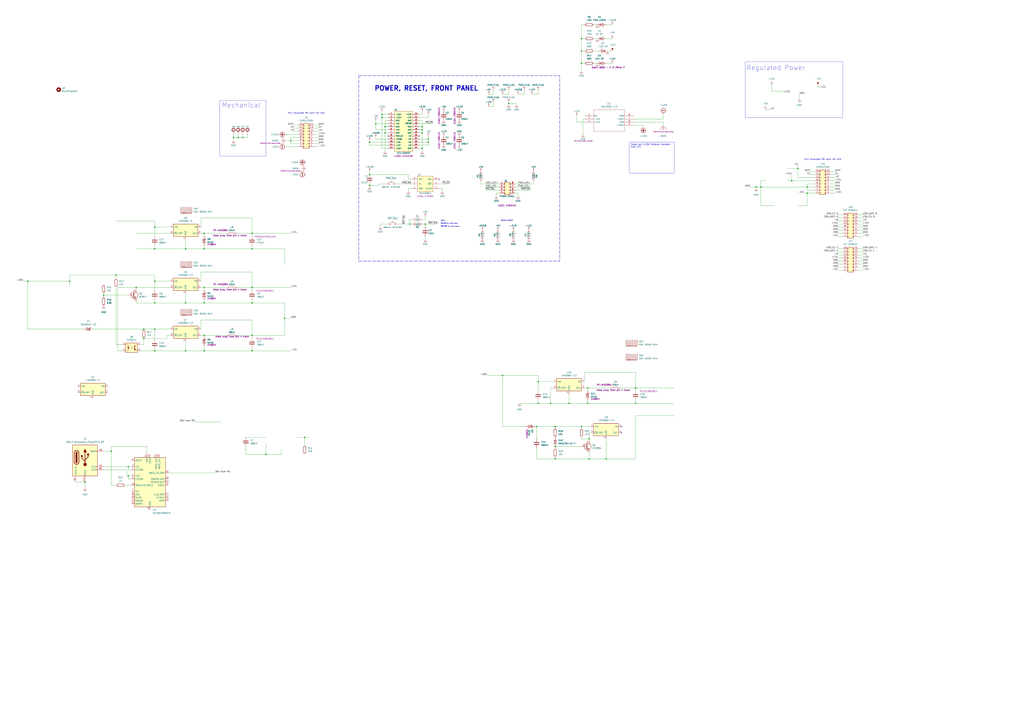
<source format=kicad_sch>
(kicad_sch (version 20231120) (generator "eeschema") (generator_version "8.0")
  (paper "A1")
  (junction (at 127 288.29))
  (junction (at 127 248.92))
  (junction (at 105.41 383.54))
  (junction (at 308.61 101.6))
  (junction (at 412.75 308.61))
  (junction (at 440.69 350.52))
  (junction (at 303.53 152.4))
  (junction (at 167.64 248.92))
  (junction (at 199.39 113.03))
  (junction (at 105.41 391.16))
  (junction (at 207.01 191.77))
  (junction (at 167.64 236.22))
  (junction (at 85.09 242.57))
  (junction (at 621.03 153.67))
  (junction (at 118.11 278.13))
  (junction (at 482.6 318.77))
  (junction (at 167.64 275.59))
  (junction (at 303.53 143.51))
  (junction (at 238.76 115.57))
  (junction (at 218.44 373.38))
  (junction (at 477.52 41.91))
  (junction (at 167.64 204.47))
  (junction (at 483.87 377.19))
  (junction (at 191.77 113.03))
  (junction (at 127 231.14))
  (junction (at 662.94 158.75))
  (junction (at 313.69 96.52))
  (junction (at 316.23 109.22))
  (junction (at 521.97 318.77))
  (junction (at 455.93 350.52))
  (junction (at 455.93 367.03))
  (junction (at 207.01 204.47))
  (junction (at 349.25 184.15))
  (junction (at 250.19 359.41))
  (junction (at 455.93 377.19))
  (junction (at 207.01 288.29))
  (junction (at 207.01 236.22))
  (junction (at 111.76 236.22))
  (junction (at 346.71 104.14))
  (junction (at 118.11 270.51))
  (junction (at 477.52 52.07))
  (junction (at 441.96 313.69))
  (junction (at 95.25 226.06))
  (junction (at 624.84 153.67))
  (junction (at 167.64 288.29))
  (junction (at 655.32 138.43))
  (junction (at 662.94 153.67))
  (junction (at 417.83 85.09))
  (junction (at 69.85 396.24))
  (junction (at 336.55 184.15))
  (junction (at 313.69 93.98))
  (junction (at 127 186.69))
  (junction (at 207.01 275.59))
  (junction (at 452.12 331.47))
  (junction (at 346.71 121.92))
  (junction (at 127 204.47))
  (junction (at 233.68 261.62))
  (junction (at 303.53 116.84))
  (junction (at 477.52 350.52))
  (junction (at 195.58 113.03))
  (junction (at 316.23 104.14))
  (junction (at 441.96 331.47))
  (junction (at 127 270.51))
  (junction (at 346.71 109.22))
  (junction (at 346.71 106.68))
  (junction (at 152.4 288.29))
  (junction (at 483.87 360.68))
  (junction (at 57.15 231.14))
  (junction (at 650.24 148.59))
  (junction (at 152.4 204.47))
  (junction (at 152.4 248.92))
  (junction (at 22.86 231.14))
  (junction (at 467.36 331.47))
  (junction (at 477.52 31.75))
  (junction (at 497.84 377.19))
  (junction (at 91.44 370.84))
  (junction (at 521.97 331.47))
  (junction (at 167.64 191.77))
  (junction (at 482.6 331.47))
  (junction (at 351.79 114.3))
  (junction (at 207.01 248.92))
  (junction (at 351.79 116.84))
  (no_connect (at 360.68 147.32))
  (no_connect (at 318.77 111.76))
  (no_connect (at 510.54 355.6))
  (no_connect (at 510.54 350.52))
  (wire (pts (xy 344.17 119.38) (xy 351.79 119.38)))
  (wire (pts (xy 665.48 143.51) (xy 669.29 143.51)))
  (wire (pts (xy 688.34 217.17) (xy 692.15 217.17)))
  (wire (pts (xy 127 186.69) (xy 127 194.31)))
  (wire (pts (xy 326.39 151.13) (xy 337.82 151.13)))
  (wire (pts (xy 139.7 270.51) (xy 127 270.51)))
  (wire (pts (xy 685.8 156.21) (xy 681.99 156.21)))
  (wire (pts (xy 318.77 114.3) (xy 308.61 114.3)))
  (wire (pts (xy 127 287.02) (xy 127 288.29)))
  (wire (pts (xy 405.13 77.47) (xy 405.13 73.66)))
  (wire (pts (xy 621.03 153.67) (xy 624.84 153.67)))
  (wire (pts (xy 241.3 105.41) (xy 245.11 105.41)))
  (wire (pts (xy 85.09 242.57) (xy 85.09 241.3)))
  (wire (pts (xy 191.77 113.03) (xy 191.77 115.57)))
  (wire (pts (xy 351.79 116.84) (xy 351.79 114.3)))
  (wire (pts (xy 238.76 261.62) (xy 233.68 261.62)))
  (wire (pts (xy 363.22 154.94) (xy 363.22 157.48)))
  (wire (pts (xy 441.96 308.61) (xy 441.96 313.69)))
  (wire (pts (xy 485.14 355.6) (xy 483.87 355.6)))
  (wire (pts (xy 152.4 196.85) (xy 152.4 204.47)))
  (wire (pts (xy 477.52 359.41) (xy 477.52 360.68)))
  (wire (pts (xy 685.8 151.13) (xy 681.99 151.13)))
  (wire (pts (xy 688.34 186.69) (xy 692.15 186.69)))
  (wire (pts (xy 656.59 77.47) (xy 656.59 81.28)))
  (wire (pts (xy 344.17 96.52) (xy 351.79 96.52)))
  (wire (pts (xy 491.49 41.91) (xy 487.68 41.91)))
  (wire (pts (xy 261.62 118.11) (xy 257.81 118.11)))
  (wire (pts (xy 95.25 181.61) (xy 127 181.61)))
  (wire (pts (xy 401.32 87.63) (xy 405.13 87.63)))
  (wire (pts (xy 688.34 181.61) (xy 692.15 181.61)))
  (wire (pts (xy 662.94 153.67) (xy 662.94 156.21)))
  (wire (pts (xy 662.94 151.13) (xy 662.94 153.67)))
  (wire (pts (xy 91.44 398.78) (xy 91.44 370.84)))
  (wire (pts (xy 241.3 102.87) (xy 245.11 102.87)))
  (wire (pts (xy 111.76 204.47) (xy 127 204.47)))
  (wire (pts (xy 167.64 191.77) (xy 186.69 191.77)))
  (wire (pts (xy 104.14 386.08) (xy 104.14 391.16)))
  (wire (pts (xy 207.01 288.29) (xy 167.64 288.29)))
  (wire (pts (xy 111.76 248.92) (xy 127 248.92)))
  (wire (pts (xy 688.34 179.07) (xy 692.15 179.07)))
  (wire (pts (xy 167.64 275.59) (xy 165.1 275.59)))
  (wire (pts (xy 521.97 331.47) (xy 482.6 331.47)))
  (wire (pts (xy 167.64 194.31) (xy 167.64 191.77)))
  (wire (pts (xy 624.84 148.59) (xy 624.84 153.67)))
  (wire (pts (xy 139.7 186.69) (xy 127 186.69)))
  (wire (pts (xy 104.14 391.16) (xy 105.41 391.16)))
  (wire (pts (xy 91.44 370.84) (xy 85.09 370.84)))
  (wire (pts (xy 127 288.29) (xy 152.4 288.29)))
  (wire (pts (xy 477.52 360.68) (xy 483.87 360.68)))
  (wire (pts (xy 487.68 20.32) (xy 490.22 20.32)))
  (wire (pts (xy 708.66 179.07) (xy 704.85 179.07)))
  (wire (pts (xy 398.78 156.21) (xy 410.21 156.21)))
  (wire (pts (xy 487.68 52.07) (xy 490.22 52.07)))
  (wire (pts (xy 521.97 306.07) (xy 521.97 318.77)))
  (wire (pts (xy 349.25 194.31) (xy 349.25 196.85)))
  (wire (pts (xy 688.34 191.77) (xy 692.15 191.77)))
  (wire (pts (xy 441.96 328.93) (xy 441.96 331.47)))
  (wire (pts (xy 201.93 367.03) (xy 201.93 373.38)))
  (wire (pts (xy 646.43 138.43) (xy 655.32 138.43)))
  (wire (pts (xy 688.34 189.23) (xy 692.15 189.23)))
  (wire (pts (xy 207.01 248.92) (xy 167.64 248.92)))
  (wire (pts (xy 417.83 86.36) (xy 417.83 85.09)))
  (wire (pts (xy 454.66 318.77) (xy 452.12 318.77)))
  (wire (pts (xy 199.39 113.03) (xy 203.2 113.03)))
  (wire (pts (xy 318.77 119.38) (xy 303.53 119.38)))
  (wire (pts (xy 127 270.51) (xy 118.11 270.51)))
  (wire (pts (xy 312.42 184.15) (xy 312.42 186.69)))
  (wire (pts (xy 137.16 275.59) (xy 139.7 275.59)))
  (wire (pts (xy 68.58 270.51) (xy 22.86 270.51)))
  (wire (pts (xy 688.34 219.71) (xy 692.15 219.71)))
  (wire (pts (xy 207.01 262.89) (xy 207.01 275.59)))
  (wire (pts (xy 662.94 158.75) (xy 669.29 158.75)))
  (wire (pts (xy 107.95 386.08) (xy 105.41 386.08)))
  (wire (pts (xy 344.17 104.14) (xy 346.71 104.14)))
  (wire (pts (xy 708.66 222.25) (xy 704.85 222.25)))
  (wire (pts (xy 105.41 393.7) (xy 105.41 391.16)))
  (wire (pts (xy 441.96 77.47) (xy 441.96 73.66)))
  (wire (pts (xy 349.25 184.15) (xy 349.25 186.69)))
  (wire (pts (xy 615.95 153.67) (xy 621.03 153.67)))
  (wire (pts (xy 477.52 58.42) (xy 477.52 52.07)))
  (wire (pts (xy 662.94 153.67) (xy 669.29 153.67)))
  (wire (pts (xy 477.52 31.75) (xy 477.52 41.91)))
  (wire (pts (xy 650.24 148.59) (xy 669.29 148.59)))
  (wire (pts (xy 417.83 77.47) (xy 417.83 73.66)))
  (wire (pts (xy 207.01 275.59) (xy 233.68 275.59)))
  (wire (pts (xy 441.96 331.47) (xy 452.12 331.47)))
  (wire (pts (xy 436.88 77.47) (xy 441.96 77.47)))
  (wire (pts (xy 624.84 168.91) (xy 624.84 153.67)))
  (wire (pts (xy 261.62 120.65) (xy 257.81 120.65)))
  (wire (pts (xy 482.6 318.77) (xy 501.65 318.77)))
  (wire (pts (xy 165.1 179.07) (xy 165.1 186.69)))
  (wire (pts (xy 473.71 100.33) (xy 480.06 100.33)))
  (wire (pts (xy 655.32 146.05) (xy 669.29 146.05)))
  (wire (pts (xy 685.8 146.05) (xy 681.99 146.05)))
  (wire (pts (xy 250.19 359.41) (xy 250.19 365.76)))
  (wire (pts (xy 207.01 275.59) (xy 207.01 278.13)))
  (wire (pts (xy 308.61 113.03) (xy 308.61 114.3)))
  (wire (pts (xy 127 248.92) (xy 152.4 248.92)))
  (wire (pts (xy 218.44 373.38) (xy 231.14 373.38)))
  (wire (pts (xy 308.61 106.68) (xy 308.61 101.6)))
  (wire (pts (xy 85.09 383.54) (xy 105.41 383.54)))
  (wire (pts (xy 477.52 41.91) (xy 477.52 52.07)))
  (wire (pts (xy 318.77 99.06) (xy 316.23 99.06)))
  (wire (pts (xy 120.65 367.03) (xy 91.44 367.03)))
  (wire (pts (xy 191.77 113.03) (xy 195.58 113.03)))
  (wire (pts (xy 425.45 158.75) (xy 425.45 161.29)))
  (wire (pts (xy 111.76 236.22) (xy 96.52 236.22)))
  (wire (pts (xy 303.53 116.84) (xy 318.77 116.84)))
  (wire (pts (xy 160.02 346.71) (xy 181.61 346.71)))
  (wire (pts (xy 316.23 151.13) (xy 311.15 151.13)))
  (wire (pts (xy 438.15 148.59) (xy 438.15 151.13)))
  (wire (pts (xy 708.66 214.63) (xy 704.85 214.63)))
  (wire (pts (xy 655.32 168.91) (xy 662.94 168.91)))
  (wire (pts (xy 115.57 283.21) (xy 118.11 283.21)))
  (wire (pts (xy 422.91 153.67) (xy 435.61 153.67)))
  (wire (pts (xy 218.44 364.49) (xy 218.44 373.38)))
  (wire (pts (xy 234.95 115.57) (xy 238.76 115.57)))
  (wire (pts (xy 452.12 318.77) (xy 452.12 331.47)))
  (wire (pts (xy 127 270.51) (xy 127 279.4)))
  (wire (pts (xy 349.25 184.15) (xy 359.41 184.15)))
  (wire (pts (xy 708.66 176.53) (xy 704.85 176.53)))
  (wire (pts (xy 91.44 367.03) (xy 91.44 370.84)))
  (wire (pts (xy 261.62 113.03) (xy 257.81 113.03)))
  (wire (pts (xy 316.23 109.22) (xy 316.23 124.46)))
  (wire (pts (xy 426.72 331.47) (xy 441.96 331.47)))
  (wire (pts (xy 509.27 318.77) (xy 521.97 318.77)))
  (wire (pts (xy 313.69 96.52) (xy 313.69 121.92)))
  (wire (pts (xy 394.97 151.13) (xy 394.97 148.59)))
  (wire (pts (xy 238.76 118.11) (xy 245.11 118.11)))
  (wire (pts (xy 346.71 180.34) (xy 349.25 180.34)))
  (wire (pts (xy 207.01 191.77) (xy 238.76 191.77)))
  (wire (pts (xy 528.32 104.14) (xy 528.32 102.87)))
  (wire (pts (xy 201.93 359.41) (xy 218.44 359.41)))
  (wire (pts (xy 477.52 31.75) (xy 477.52 20.32)))
  (wire (pts (xy 425.45 158.75) (xy 422.91 158.75)))
  (wire (pts (xy 316.23 104.14) (xy 318.77 104.14)))
  (wire (pts (xy 313.69 96.52) (xy 313.69 93.98)))
  (wire (pts (xy 665.48 140.97) (xy 669.29 140.97)))
  (wire (pts (xy 96.52 288.29) (xy 100.33 288.29)))
  (wire (pts (xy 708.66 207.01) (xy 704.85 207.01)))
  (wire (pts (xy 167.64 275.59) (xy 186.69 275.59)))
  (wire (pts (xy 521.97 331.47) (xy 553.72 331.47)))
  (wire (pts (xy 482.6 318.77) (xy 480.06 318.77)))
  (wire (pts (xy 303.53 143.51) (xy 335.28 143.51)))
  (wire (pts (xy 234.95 110.49) (xy 245.11 110.49)))
  (wire (pts (xy 344.17 93.98) (xy 346.71 93.98)))
  (wire (pts (xy 708.66 217.17) (xy 704.85 217.17)))
  (wire (pts (xy 628.65 148.59) (xy 624.84 148.59)))
  (wire (pts (xy 417.83 85.09) (xy 417.83 83.82)))
  (wire (pts (xy 105.41 391.16) (xy 107.95 391.16)))
  (wire (pts (xy 167.64 236.22) (xy 165.1 236.22)))
  (wire (pts (xy 685.8 143.51) (xy 681.99 143.51)))
  (wire (pts (xy 152.4 241.3) (xy 152.4 248.92)))
  (wire (pts (xy 346.71 109.22) (xy 346.71 121.92)))
  (wire (pts (xy 167.64 284.48) (xy 167.64 288.29)))
  (wire (pts (xy 207.01 201.93) (xy 207.01 204.47)))
  (wire (pts (xy 360.68 151.13) (xy 369.57 151.13)))
  (wire (pts (xy 165.1 223.52) (xy 207.01 223.52)))
  (wire (pts (xy 688.34 204.47) (xy 692.15 204.47)))
  (wire (pts (xy 311.15 152.4) (xy 303.53 152.4)))
  (wire (pts (xy 337.82 154.94) (xy 335.28 154.94)))
  (wire (pts (xy 424.18 85.09) (xy 417.83 85.09)))
  (wire (pts (xy 336.55 180.34) (xy 339.09 180.34)))
  (wire (pts (xy 85.09 243.84) (xy 85.09 242.57)))
  (wire (pts (xy 351.79 119.38) (xy 351.79 116.84)))
  (wire (pts (xy 502.92 20.32) (xy 497.84 20.32)))
  (wire (pts (xy 477.52 31.75) (xy 480.06 31.75)))
  (wire (pts (xy 455.93 377.19) (xy 483.87 377.19)))
  (wire (pts (xy 311.15 151.13) (xy 311.15 152.4)))
  (wire (pts (xy 708.66 191.77) (xy 704.85 191.77)))
  (wire (pts (xy 467.36 323.85) (xy 467.36 331.47)))
  (wire (pts (xy 167.64 276.86) (xy 167.64 275.59)))
  (wire (pts (xy 440.69 350.52) (xy 455.93 350.52)))
  (wire (pts (xy 521.97 318.77) (xy 521.97 321.31)))
  (wire (pts (xy 195.58 113.03) (xy 199.39 113.03)))
  (wire (pts (xy 708.66 186.69) (xy 704.85 186.69)))
  (wire (pts (xy 483.87 377.19) (xy 497.84 377.19)))
  (wire (pts (xy 455.93 368.3) (xy 455.93 367.03)))
  (wire (pts (xy 440.69 360.68) (xy 440.69 350.52)))
  (wire (pts (xy 207.01 204.47) (xy 233.68 204.47)))
  (wire (pts (xy 203.2 113.03) (xy 203.2 110.49)))
  (wire (pts (xy 238.76 118.11) (xy 238.76 115.57)))
  (wire (pts (xy 412.75 308.61) (xy 400.05 308.61)))
  (wire (pts (xy 708.66 194.31) (xy 704.85 194.31)))
  (wire (pts (xy 351.79 93.98) (xy 351.79 96.52)))
  (wire (pts (xy 633.73 74.93) (xy 633.73 69.85)))
  (wire (pts (xy 318.77 106.68) (xy 308.61 106.68)))
  (wire (pts (xy 487.68 31.75) (xy 490.22 31.75)))
  (wire (pts (xy 344.17 101.6) (xy 355.6 101.6)))
  (wire (pts (xy 344.17 121.92) (xy 346.71 121.92)))
  (wire (pts (xy 497.84 31.75) (xy 502.92 31.75)))
  (wire (pts (xy 118.11 283.21) (xy 118.11 278.13)))
  (wire (pts (xy 207.01 248.92) (xy 233.68 248.92)))
  (wire (pts (xy 482.6 328.93) (xy 482.6 331.47)))
  (wire (pts (xy 95.25 236.22) (xy 95.25 283.21)))
  (wire (pts (xy 95.25 398.78) (xy 91.44 398.78)))
  (wire (pts (xy 521.97 328.93) (xy 521.97 331.47)))
  (wire (pts (xy 194.31 275.59) (xy 207.01 275.59)))
  (wire (pts (xy 431.8 350.52) (xy 412.75 350.52)))
  (wire (pts (xy 425.45 77.47) (xy 430.53 77.47)))
  (wire (pts (xy 344.17 106.68) (xy 346.71 106.68)))
  (wire (pts (xy 480.06 306.07) (xy 521.97 306.07)))
  (wire (pts (xy 261.62 107.95) (xy 257.81 107.95)))
  (wire (pts (xy 482.6 331.47) (xy 467.36 331.47)))
  (wire (pts (xy 497.84 360.68) (xy 497.84 377.19)))
  (wire (pts (xy 685.8 140.97) (xy 681.99 140.97)))
  (wire (pts (xy 344.17 109.22) (xy 346.71 109.22)))
  (wire (pts (xy 19.05 231.14) (xy 22.86 231.14)))
  (wire (pts (xy 497.84 377.19) (xy 521.97 377.19)))
  (wire (pts (xy 424.18 86.36) (xy 424.18 85.09)))
  (wire (pts (xy 327.66 184.15) (xy 336.55 184.15)))
  (wire (pts (xy 95.25 226.06) (xy 95.25 228.6)))
  (wire (pts (xy 308.61 99.06) (xy 308.61 101.6)))
  (wire (pts (xy 312.42 184.15) (xy 317.5 184.15)))
  (wire (pts (xy 85.09 386.08) (xy 104.14 386.08)))
  (wire (pts (xy 521.97 318.77) (xy 553.72 318.77)))
  (wire (pts (xy 688.34 207.01) (xy 692.15 207.01)))
  (wire (pts (xy 303.53 119.38) (xy 303.53 116.84)))
  (wire (pts (xy 673.1 72.39) (xy 673.1 71.12)))
  (wire (pts (xy 207.01 246.38) (xy 207.01 248.92)))
  (wire (pts (xy 207.01 191.77) (xy 207.01 194.31)))
  (wire (pts (xy 346.71 121.92) (xy 346.71 124.46)))
  (wire (pts (xy 708.66 209.55) (xy 704.85 209.55)))
  (wire (pts (xy 107.95 393.7) (xy 105.41 393.7)))
  (wire (pts (xy 662.94 151.13) (xy 669.29 151.13)))
  (wire (pts (xy 422.91 151.13) (xy 438.15 151.13)))
  (wire (pts (xy 303.53 140.97) (xy 303.53 143.51)))
  (wire (pts (xy 335.28 143.51) (xy 335.28 147.32)))
  (wire (pts (xy 111.76 236.22) (xy 111.76 237.49)))
  (wire (pts (xy 477.52 52.07) (xy 480.06 52.07)))
  (wire (pts (xy 441.96 313.69) (xy 441.96 321.31)))
  (wire (pts (xy 360.68 154.94) (xy 363.22 154.94)))
  (wire (pts (xy 346.71 91.44) (xy 346.71 93.98)))
  (wire (pts (xy 201.93 373.38) (xy 218.44 373.38)))
  (wire (pts (xy 336.55 184.15) (xy 336.55 180.34)))
  (wire (pts (xy 407.67 158.75) (xy 407.67 161.29)))
  (wire (pts (xy 303.53 151.13) (xy 303.53 152.4)))
  (wire (pts (xy 167.64 201.93) (xy 167.64 204.47)))
  (wire (pts (xy 440.69 377.19) (xy 455.93 377.19)))
  (wire (pts (xy 673.1 71.12) (xy 671.83 71.12)))
  (wire (pts (xy 207.01 288.29) (xy 238.76 288.29)))
  (wire (pts (xy 238.76 115.57) (xy 245.11 115.57)))
  (wire (pts (xy 688.34 222.25) (xy 692.15 222.25)))
  (wire (pts (xy 650.24 143.51) (xy 650.24 148.59)))
  (wire (pts (xy 127 181.61) (xy 127 186.69)))
  (wire (pts (xy 346.71 99.06) (xy 346.71 104.14)))
  (wire (pts (xy 96.52 236.22) (xy 96.52 288.29)))
  (wire (pts (xy 482.6 321.31) (xy 482.6 318.77)))
  (wire (pts (xy 346.71 184.15) (xy 349.25 184.15)))
  (wire (pts (xy 69.85 396.24) (xy 69.85 401.32)))
  (wire (pts (xy 349.25 177.8) (xy 349.25 180.34)))
  (wire (pts (xy 455.93 377.19) (xy 455.93 375.92)))
  (wire (pts (xy 250.19 359.41) (xy 243.84 359.41)))
  (wire (pts (xy 127 246.38) (xy 127 248.92)))
  (wire (pts (xy 207.01 204.47) (xy 167.64 204.47)))
  (wire (pts (xy 662.94 158.75) (xy 662.94 168.91)))
  (wire (pts (xy 455.93 350.52) (xy 477.52 350.52)))
  (wire (pts (xy 528.32 102.87) (xy 520.7 102.87)))
  (wire (pts (xy 483.87 355.6) (xy 483.87 360.68)))
  (wire (pts (xy 344.17 114.3) (xy 351.79 114.3)))
  (wire (pts (xy 318.77 96.52) (xy 313.69 96.52)))
  (wire (pts (xy 194.31 236.22) (xy 207.01 236.22)))
  (wire (pts (xy 261.62 102.87) (xy 257.81 102.87)))
  (wire (pts (xy 708.66 181.61) (xy 704.85 181.61)))
  (wire (pts (xy 111.76 191.77) (xy 139.7 191.77)))
  (wire (pts (xy 477.52 350.52) (xy 485.14 350.52)))
  (wire (pts (xy 233.68 261.62) (xy 233.68 275.59)))
  (wire (pts (xy 688.34 214.63) (xy 692.15 214.63)))
  (wire (pts (xy 167.64 238.76) (xy 167.64 236.22)))
  (wire (pts (xy 478.79 97.79) (xy 480.06 97.79)))
  (wire (pts (xy 191.77 110.49) (xy 191.77 113.03)))
  (wire (pts (xy 405.13 87.63) (xy 405.13 83.82)))
  (wire (pts (xy 544.83 93.98) (xy 544.83 97.79)))
  (wire (pts (xy 454.66 313.69) (xy 441.96 313.69)))
  (wire (pts (xy 660.4 158.75) (xy 662.94 158.75)))
  (wire (pts (xy 439.42 350.52) (xy 440.69 350.52)))
  (wire (pts (xy 85.09 242.57) (xy 104.14 242.57)))
  (wire (pts (xy 165.1 223.52) (xy 165.1 231.14)))
  (wire (pts (xy 207.01 236.22) (xy 238.76 236.22)))
  (wire (pts (xy 483.87 372.11) (xy 483.87 377.19)))
  (wire (pts (xy 708.66 189.23) (xy 704.85 189.23)))
  (wire (pts (xy 316.23 104.14) (xy 316.23 109.22)))
  (wire (pts (xy 502.92 52.07) (xy 497.84 52.07)))
  (wire (pts (xy 412.75 77.47) (xy 417.83 77.47)))
  (wire (pts (xy 407.67 158.75) (xy 410.21 158.75)))
  (wire (pts (xy 261.62 110.49) (xy 257.81 110.49)))
  (wire (pts (xy 401.32 77.47) (xy 405.13 77.47)))
  (wire (pts (xy 261.62 115.57) (xy 257.81 115.57)))
  (wire (pts (xy 118.11 278.13) (xy 137.16 278.13)))
  (wire (pts (xy 238.76 113.03) (xy 245.11 113.03)))
  (wire (pts (xy 685.8 158.75) (xy 681.99 158.75)))
  (wire (pts (xy 313.69 91.44) (xy 313.69 93.98)))
  (wire (pts (xy 57.15 226.06) (xy 95.25 226.06)))
  (wire (pts (xy 233.68 204.47) (xy 233.68 217.17)))
  (wire (pts (xy 165.1 179.07) (xy 207.01 179.07)))
  (wire (pts (xy 167.64 236.22) (xy 186.69 236.22)))
  (wire (pts (xy 127 204.47) (xy 152.4 204.47)))
  (wire (pts (xy 398.78 153.67) (xy 410.21 153.67)))
  (wire (pts (xy 199.39 113.03) (xy 199.39 110.49)))
  (wire (pts (xy 477.52 20.32) (xy 480.06 20.32)))
  (wire (pts (xy 499.11 41.91) (xy 502.92 41.91)))
  (wire (pts (xy 708.66 212.09) (xy 704.85 212.09)))
  (wire (pts (xy 165.1 262.89) (xy 207.01 262.89)))
  (wire (pts (xy 394.97 151.13) (xy 410.21 151.13)))
  (wire (pts (xy 127 201.93) (xy 127 204.47)))
  (wire (pts (xy 621.03 154.94) (xy 621.03 153.67)))
  (wire (pts (xy 671.83 71.12) (xy 671.83 69.85)))
  (wire (pts (xy 643.89 76.2) (xy 643.89 74.93)))
  (wire (pts (xy 22.86 231.14) (xy 22.86 270.51)))
  (wire (pts (xy 167.64 191.77) (xy 165.1 191.77)))
  (wire (pts (xy 152.4 280.67) (xy 152.4 288.29)))
  (wire (pts (xy 335.28 154.94) (xy 335.28 157.48)))
  (wire (pts (xy 207.01 236.22) (xy 207.01 238.76)))
  (wire (pts (xy 261.62 105.41) (xy 257.81 105.41)))
  (wire (pts (xy 624.84 168.91) (xy 636.27 168.91)))
  (wire (pts (xy 308.61 101.6) (xy 318.77 101.6)))
  (wire (pts (xy 57.15 234.95) (xy 57.15 231.14)))
  (wire (pts (xy 477.52 350.52) (xy 477.52 351.79)))
  (wire (pts (xy 111.76 236.22) (xy 139.7 236.22)))
  (wire (pts (xy 521.97 377.19) (xy 521.97 341.63)))
  (wire (pts (xy 313.69 93.98) (xy 318.77 93.98)))
  (wire (pts (xy 167.64 248.92) (xy 152.4 248.92)))
  (wire (pts (xy 303.53 152.4) (xy 303.53 153.67)))
  (wire (pts (xy 455.93 351.79) (xy 455.93 350.52)))
  (wire (pts (xy 688.34 194.31) (xy 692.15 194.31)))
  (wire (pts (xy 118.11 270.51) (xy 76.2 270.51)))
  (wire (pts (xy 238.76 113.03) (xy 238.76 115.57)))
  (wire (pts (xy 632.46 90.17) (xy 628.65 90.17)))
  (wire (pts (xy 708.66 204.47) (xy 704.85 204.47)))
  (wire (pts (xy 455.93 367.03) (xy 476.25 367.03)))
  (wire (pts (xy 254 359.41) (xy 250.19 359.41)))
  (wire (pts (xy 452.12 331.47) (xy 467.36 331.47)))
  (wire (pts (xy 643.89 74.93) (xy 633.73 74.93)))
  (wire (pts (xy 105.41 386.08) (xy 105.41 383.54)))
  (wire (pts (xy 335.28 147.32) (xy 337.82 147.32)))
  (wire (pts (xy 316.23 99.06) (xy 316.23 104.14)))
  (wire (pts (xy 412.75 308.61) (xy 441.96 308.61)))
  (wire (pts (xy 688.34 184.15) (xy 692.15 184.15)))
  (wire (pts (xy 480.06 41.91) (xy 477.52 41.91)))
  (wire (pts (xy 194.31 191.77) (xy 207.01 191.77)))
  (wire (pts (xy 708.66 219.71) (xy 704.85 219.71)))
  (wire (pts (xy 111.76 248.92) (xy 111.76 247.65)))
  (wire (pts (xy 708.66 184.15) (xy 704.85 184.15)))
  (wire (pts (xy 105.41 383.54) (xy 107.95 383.54)))
  (wire (pts (xy 688.34 212.09) (xy 692.15 212.09)))
  (wire (pts (xy 127 231.14) (xy 127 238.76)))
  (wire (pts (xy 336.55 184.15) (xy 339.09 184.15)))
  (wire (pts (xy 207.01 223.52) (xy 207.01 236.22)))
  (wire (pts (xy 346.71 104.14) (xy 346.71 106.68)))
  (wire (pts (xy 234.95 120.65) (xy 245.11 120.65)))
  (wire (pts (xy 138.43 388.62) (xy 176.53 388.62)))
  (wire (pts (xy 57.15 226.06) (xy 57.15 231.14)))
  (wire (pts (xy 480.06 306.07) (xy 480.06 313.69)))
  (wire (pts (xy 685.8 148.59) (xy 681.99 148.59)))
  (wire (pts (xy 662.94 156.21) (xy 669.29 156.21)))
  (wire (pts (xy 22.86 231.14) (xy 57.15 231.14)))
  (wire (pts (xy 165.1 262.89) (xy 165.1 270.51)))
  (wire (pts (xy 478.79 110.49) (xy 478.79 97.79)))
  (wire (pts (xy 100.33 283.21) (xy 95.25 283.21)))
  (wire (pts (xy 688.34 209.55) (xy 692.15 209.55)))
  (wire (pts (xy 440.69 368.3) (xy 440.69 377.19)))
  (wire (pts (xy 544.83 100.33) (xy 520.7 100.33)))
  (wire (pts (xy 412.75 350.52) (xy 412.75 308.61)))
  (wire (pts (xy 351.79 111.76) (xy 351.79 114.3)))
  (wire (pts (xy 233.68 248.92) (xy 233.68 261.62)))
  (wire (pts (xy 655.32 135.89) (xy 655.32 138.43)))
  (wire (pts (xy 167.64 204.47) (xy 152.4 204.47)))
  (wire (pts (xy 62.23 396.24) (xy 69.85 396.24)))
  (wire (pts (xy 115.57 288.29) (xy 127 288.29)))
  (wire (pts (xy 195.58 113.03) (xy 195.58 110.49)))
  (wire (pts (xy 303.53 115.57) (xy 303.53 116.84)))
  (wire (pts (xy 127 226.06) (xy 127 231.14)))
  (wire (pts (xy 430.53 77.47) (xy 430.53 73.66)))
  (wire (pts (xy 316.23 109.22) (xy 318.77 109.22)))
  (wire (pts (xy 167.64 288.29) (xy 152.4 288.29)))
  (wire (pts (xy 646.43 148.59) (xy 650.24 148.59)))
  (wire (pts (xy 137.16 278.13) (xy 137.16 275.59)))
  (wire (pts (xy 422.91 156.21) (xy 435.61 156.21)))
  (wire (pts (xy 95.25 226.06) (xy 127 226.06)))
  (wire (pts (xy 685.8 153.67) (xy 681.99 153.67)))
  (wire (pts (xy 544.83 97.79) (xy 520.7 97.79)))
  (wire (pts (xy 544.83 102.87) (xy 544.83 100.33)))
  (wire (pts (xy 344.17 99.06) (xy 346.71 99.06)))
  (wire (pts (xy 473.71 95.25) (xy 473.71 100.33)))
  (wire (pts (xy 313.69 121.92) (xy 318.77 121.92)))
  (wire (pts (xy 483.87 360.68) (xy 483.87 361.95)))
  (wire (pts (xy 102.87 398.78) (xy 107.95 398.78)))
  (wire (pts (xy 207.01 285.75) (xy 207.01 288.29)))
  (wire (pts (xy 231.14 373.38) (xy 231.14 369.57)))
  (wire (pts (xy 521.97 341.63) (xy 553.72 341.63)))
  (wire (pts (xy 207.01 179.07) (xy 207.01 191.77)))
  (wire (pts (xy 241.3 107.95) (xy 245.11 107.95)))
  (wire (pts (xy 120.65 373.38) (xy 120.65 367.03)))
  (wire (pts (xy 346.71 106.68) (xy 346.71 109.22)))
  (wire (pts (xy 624.84 153.67) (xy 662.94 153.67)))
  (wire (pts (xy 139.7 231.14) (xy 127 231.14)))
  (wire (pts (xy 167.64 246.38) (xy 167.64 248.92)))
  (wire (pts (xy 655.32 138.43) (xy 655.32 146.05)))
  (wire (pts (xy 688.34 176.53) (xy 692.15 176.53)))
  (wire (pts (xy 344.17 116.84) (xy 351.79 116.84)))
  (rectangle (start 612.14 50.8) (end 692.15 96.52))
  (rectangle (start 180.34 82.55) (end 218.44 128.27))
  (rectangle (start 294.64 62.23) (end 459.74 214.63) (stroke (width 0.254) (type dash)))
  (text_box "These are 1.25A Outputs isolated from ATX" (at 516.89 116.84 0) (size 36.83 25.4) (effects (font (size 1.27 1.27)) (justify left top)))
  (text "NOTE:\n\n~{RST_SIG} is a CPU input\n\n~{PCIE_RST} is a CPU output" (at 361.95 186.69 0) (effects (font (size 0.762 0.762)) (justify left bottom)))
  (text "Mechanical" (at 198.12 86.614 0) (effects (font (size 3.81 3.81))))
  (text "Regulated Power" (at 637.286 55.88 0) (effects (font (size 3.81 3.81))))
  (text "POWER, RESET, FRONT PANEL" (at 307.34 74.93 0) (effects (font (size 3.81 3.81) (thickness 0.762) (bold yes)) (justify left bottom)))
  (text "Bleeder resistors" (at 411.48 181.61 0) (effects (font (size 0.762 0.762)) (justify left bottom)))
  (text "Pull shrouded RA conn for this" (at 675.64 131.064 0) (effects (font (size 1.27 1.27) (italic yes))))
  (text "Pull shrouded RA conn for this" (at 251.46 92.964 0) (effects (font (size 1.27 1.27) (italic yes))))
  (label "-12v" (at 708.66 222.25 0))
  (label "-12v" (at 708.66 194.31 0))
  (label "+12v" (at 708.66 212.09 0))
  (label "CON_CV 0" (at 708.66 179.07 0))
  (label "+12v" (at 685.8 148.59 0))
  (label "CV" (at 685.8 143.51 0))
  (label "~{PS_ON}" (at 369.57 151.13 180))
  (label "CON_CV 0" (at 688.34 176.53 180))
  (label "CV" (at 665.48 143.51 180))
  (label "CON_GATE 1" (at 688.34 207.01 180))
  (label "GND" (at 685.8 151.13 0))
  (label "GND" (at 708.66 217.17 0))
  (label "CV" (at 241.3 105.41 180))
  (label "GATE" (at 685.8 140.97 0))
  (label "GND" (at 688.34 214.63 180))
  (label "GND" (at 708.66 191.77 0))
  (label "GND" (at 261.62 115.57 0))
  (label "GND" (at 688.34 189.23 180))
  (label "CON_CV 1" (at 708.66 207.01 0))
  (label "+12v" (at 238.76 236.22 0))
  (label "GATE" (at 241.3 102.87 180))
  (label "GND" (at 708.66 189.23 0))
  (label "-12v" (at 685.8 158.75 0))
  (label "+20V" (at 400.05 308.61 180))
  (label "+12v" (at 708.66 184.15 0))
  (label "+12v" (at 688.34 184.15 180))
  (label "GND" (at 685.8 153.67 0))
  (label "GND" (at 656.59 77.47 0))
  (label "GND" (at 688.34 191.77 180))
  (label "20V from PD" (at 176.53 388.62 0))
  (label "GND" (at 261.62 113.03 0))
  (label "+5" (at 688.34 181.61 180))
  (label "GND" (at 688.34 186.69 180))
  (label "PWR_LED+" (at 435.61 151.13 180))
  (label "COM" (at 238.76 261.62 0))
  (label "-12v" (at 238.76 288.29 0))
  (label "+5" (at 632.46 90.17 0))
  (label "+5" (at 655.32 135.89 180))
  (label "CV" (at 261.62 105.41 0))
  (label "GND" (at 685.8 156.21 0))
  (label "PWR_LED-" (at 435.61 153.67 180))
  (label "+12v" (at 643.89 76.2 0))
  (label "~{RST_SW}" (at 398.78 156.21 0))
  (label "GND" (at 688.34 217.17 180))
  (label "+12v" (at 261.62 110.49 0))
  (label "+5" (at 688.34 209.55 180))
  (label "GND" (at 261.62 118.11 0))
  (label "GND" (at 708.66 186.69 0))
  (label "-12v" (at 660.4 158.75 180))
  (label "CON_GATE 0" (at 688.34 179.07 180))
  (label "HDD_LED-" (at 398.78 153.67 0))
  (label "GND" (at 708.66 214.63 0))
  (label "-12v" (at 261.62 120.65 0))
  (label "GND" (at 708.66 219.71 0))
  (label "+5" (at 261.62 107.95 0))
  (label "GATE" (at 665.48 140.97 180))
  (label "20V from PD" (at 160.02 346.71 180))
  (label "HDD_LED+" (at 398.78 151.13 0))
  (label "+12v" (at 650.24 143.51 180))
  (label "CON_GATE 1" (at 708.66 204.47 0))
  (label "~{RST_SIG}" (at 359.41 184.15 180))
  (label "CON_GATE 0" (at 708.66 176.53 0))
  (label "GND" (at 615.95 153.67 180))
  (label "-12v" (at 688.34 222.25 180))
  (label "GATE" (at 261.62 102.87 0))
  (label "GND" (at 688.34 219.71 180))
  (label "+12v" (at 688.34 212.09 180))
  (label "+12v" (at 238.76 191.77 0))
  (label "~{PWR_SW}" (at 337.82 151.13 180))
  (label "+5" (at 685.8 146.05 0))
  (label "~{RST_SW}" (at 332.74 184.15 90))
  (label "+5" (at 708.66 209.55 0))
  (label "-12v" (at 688.34 194.31 180))
  (label "+5" (at 241.3 107.95 180))
  (label "+5" (at 708.66 181.61 0))
  (label "-12v" (at 673.1 72.39 0))
  (label "CON_CV 1" (at 688.34 204.47 180))
  (label "~{PS_ON}" (at 355.6 101.6 180))
  (label "~{PWR_SW}" (at 435.61 156.21 180))
  (label "+20V" (at 19.05 231.14 180))
  (symbol (lib_id "Device:R") (at 85.09 247.65 180) (unit 1)
    (property "Reference" "R16" (at 87.63 246.3799 0) (effects (justify right)))
    (property "Value" "6.8k" (at 87.63 248.9199 0) (effects (justify right)))
    (property "Footprint" "Resistor_SMD:R_0805_2012Metric_Pad1.20x1.40mm_HandSolder" (effects (hide yes)))
    (property "Description" "Resistor" (effects (hide yes)))
  )
  (symbol (lib_id "power:GND") (at 85.09 251.46 0) (unit 1)
    (property "Reference" "#PWR065" (effects (hide yes)))
    (property "Value" "GND" (at 85.09 256.54 0))
    (property "Description" "Power symbol creates a global label with name \"GND\" , ground" (effects (hide yes)))
  )
  (symbol (lib_id "power:+VDC") (at 251.46 133.35 90) (unit 1)
    (property "Reference" "#PWR062" (effects (hide yes)))
    (property "Value" "+12VA" (at 245.11 133.3499 90) (effects (justify left)))
    (property "Description" "Power symbol creates a global label with name \"+VDC\"" (effects (hide yes)))
  )
  (symbol (lib_id "Isolator:SFH617A-1") (at 107.95 285.75 0) (unit 1)
    (property "Reference" "U8" (at 107.95 276.86 0))
    (property "Value" "TLP624X" (at 107.95 279.4 0))
    (property "Footprint" "Package_DIP:DIP-4_W7.62mm" (effects (hide yes)))
    (property "Datasheet" "http://www.vishay.com/docs/83740/sfh617a.pdf" (effects (hide yes)))
    (property "Description" "Optocoupler, Phototransistor Output, 5300 VRMS, VCEO 70V, CTR% 40-80, -55 to +110 degree Celsius, UL, BSI, FIMKO, cUL, THT PDIP-4" (effects (hide yes)))
  )
  (symbol (lib_id "Device:R") (at 483.87 20.32 90) (unit 1)
    (property "Reference" "R9" (at 483.87 13.97 90))
    (property "Value" "150" (at 483.87 16.51 90))
    (property "Footprint" "Resistor_SMD:R_0805_2012Metric_Pad1.20x1.40mm_HandSolder" (effects (hide yes)))
    (property "Description" "Resistor" (effects (hide yes)))
  )
  (symbol (lib_id "llama_shared:PWR_FLAG") (at 405.13 73.66 0) (unit 1)
    (property "Reference" "#FLG01" (effects (hide yes)))
    (property "Value" "PWR_FLAG" (at 405.13 69.85 0))
  )
  (symbol (lib_id "llama_shared:C") (at 377.19 95.25 0) (unit 1)
    (property "Reference" "C5" (at 378.46 92.71 0) (effects (justify left)))
    (property "Value" "100uF" (at 378.46 97.79 0) (effects (justify left)))
    (property "Footprint" "llama_shared:C_1210_3225Metric" (effects (hide yes)))
    (property "LCSC" "C90143" (at 373.38 95.25 90) (show_name yes))
  )
  (symbol (lib_id "llama_shared:H_HOLE") (at 191.77 106.68 0) (unit 1)
    (property "Reference" "H5" (at 191.77 104.14 0))
    (property "Value" "H_HOLE" (effects (hide yes)))
    (property "Footprint" "llama_shared:H_ATX_PERF" (effects (hide yes)))
  )
  (symbol (lib_id "Regulator_Switching:LM2596T-5") (at 152.4 189.23 0) (unit 1)
    (property "Reference" "U6" (at 152.4 179.07 0))
    (property "Value" "LM2596T-5" (at 152.4 181.61 0))
    (property "Footprint" "Package_TO_SOT_THT:TO-220-5_P3.4x3.7mm_StaggerOdd_Lead3.8mm_Vertical" (effects (hide yes)))
    (property "Datasheet" "http://www.ti.com/lit/ds/symlink/lm2596.pdf" (effects (hide yes)))
    (property "Description" "5V 3A 150kHz Step-Down Voltage Regulator, TO-220" (effects (hide yes)))
  )
  (symbol (lib_id "power:+5V") (at 628.65 90.17 0) (unit 1)
    (property "Reference" "#PWR09" (effects (hide yes)))
    (property "Value" "+5V" (at 628.65 85.09 0))
    (property "Description" "Power symbol creates a global label with name \"+5V\"" (effects (hide yes)))
  )
  (symbol (lib_id "Device:LED") (at 494.03 52.07 0) (unit 1)
    (property "Reference" "D2" (at 492.4425 45.72 0))
    (property "Value" "12V OK" (at 492.4425 48.26 0))
    (property "Footprint" "LED_SMD:LED_0805_2012Metric" (effects (hide yes)))
    (property "Datasheet" "https://www.digikey.com/en/products/filter/led-indication-discrete/105?s=N4IgjCBcoGwJxVAYygMwIYBsDOBTANCAPZQDaIALAAxwDMdIAuoQA4AuUIAymwE4CWAOwDmIAL6FaYBNBApIGHAWJlwMABwB2AEzamrDpG58hoiSACsFWojloseQiUjkw1qhZj6Q7TjwEi4oRg2nAQsvKKjiouIPS02uogknShySDqYOowFprpGhQUXoQFFkklcFoIhOq0GnmEFJplmuUZdQw1tJpUbbWaYBBdzdXtmjrp6oWek9NtTS0IzD6GxgFmwZUyyPZKTqpUTOYAtNt2kHwArsrOrkeEx3oRUFc3qhZH5k-kmLgAJkcgA" (effects (hide yes)))
    (property "Description" "Light emitting diode" (effects (hide yes)))
    (property "Spec" "0805 - 2 Vf 20ma If" (at 499.364 55.372 0) (show_name yes) (effects (font (italic yes))))
  )
  (symbol (lib_id "llama_shared:+5VSB") (at 502.92 20.32 0) (unit 1)
    (property "Reference" "#PWR054" (effects (hide yes)))
    (property "Value" "+5VSB" (at 502.92 16.51 0))
  )
  (symbol (lib_id "power:-VDC") (at 544.83 93.98 0) (unit 1)
    (property "Reference" "#PWR051" (effects (hide yes)))
    (property "Value" "-12VA" (at 544.83 86.36 0))
    (property "Description" "Power symbol creates a global label with name \"-VDC\"" (effects (hide yes)))
  )
  (symbol (lib_id "Connector_Generic:Conn_02x08_Odd_Even") (at 699.77 186.69 180) (unit 1)
    (property "Reference" "J16" (at 698.5 170.18 0))
    (property "Value" "EXT MODULE" (at 698.5 172.72 0))
    (property "Footprint" "AT-Footprints:EURORACK Right Angle" (effects (hide yes)))
    (property "Description" "Generic connector, double row, 02x08, odd/even pin numbering scheme (row 1 odd numbers, row 2 even numbers), script generated (kicad-library-utils/schlib/autogen/connector/)" (effects (hide yes)))
  )
  (symbol (lib_id "Device:D_Schottky") (at 482.6 325.12 270) (unit 1)
    (property "Reference" "D11" (at 485.14 323.5324 90) (effects (justify left)))
    (property "Value" "SK33" (at 485.14 326.0724 90) (effects (justify left)))
    (property "Footprint" "AT-Footprints:M-FLAT_TOS" (effects (hide yes)))
    (property "Description" "Schottky diode" (effects (hide yes)))
    (property "Equiv" "1n5824" (at 488.696 327.914 90) (effects (font (italic yes))))
  )
  (symbol (lib_id "Device:C") (at 127 242.57 0) (unit 1)
    (property "Reference" "C8" (at 130.81 241.2999 0) (effects (justify left)))
    (property "Value" "680uF" (at 130.81 243.8399 0) (effects (justify left)))
    (property "Footprint" "Capacitor_SMD:C_0805_2012Metric_Pad1.18x1.45mm_HandSolder" (effects (hide yes)))
    (property "Description" "Unpolarized capacitor" (effects (hide yes)))
  )
  (symbol (lib_id "llama_shared:AGND") (at 396.24 196.85 0) (unit 1)
    (property "Reference" "#PWR032" (effects (hide yes)))
    (property "Value" "GND" (at 396.24 200.66 0))
  )
  (symbol (lib_id "Device:R") (at 95.25 232.41 180) (unit 1)
    (property "Reference" "R13" (at 97.79 231.1399 0) (effects (justify right)))
    (property "Value" "15k" (at 97.79 233.6799 0) (effects (justify right)))
    (property "Footprint" "Resistor_SMD:R_0805_2012Metric_Pad1.20x1.40mm_HandSolder" (effects (hide yes)))
    (property "Description" "Resistor" (effects (hide yes)))
  )
  (symbol (lib_id "power:-VDC") (at 251.46 143.51 90) (unit 1)
    (property "Reference" "#PWR064" (effects (hide yes)))
    (property "Value" "-12VA" (at 245.11 143.5099 90) (effects (justify left)))
    (property "Description" "Power symbol creates a global label with name \"-VDC\"" (effects (hide yes)))
  )
  (symbol (lib_id "Device:L") (at 190.5 275.59 90) (unit 1)
    (property "Reference" "L2" (at 190.5 270.51 90))
    (property "Value" "68uH" (at 190.5 273.05 90))
    (property "Footprint" "AT-Footprints:IND_HCTI-68-7.7" (effects (hide yes)))
    (property "Description" "Inductor" (effects (hide yes)))
    (property "note" "Keep away from pin 4 trace" (at 190.754 276.606 90) (effects (font (italic yes))))
  )
  (symbol (lib_id "llama_shared:AGND") (at 346.71 124.46 0) (unit 1)
    (property "Reference" "#PWR016" (effects (hide yes)))
    (property "Value" "GND" (at 346.71 128.27 0))
  )
  (symbol (lib_id "Regulator_Switching:LM2596T-5") (at 76.2 320.04 0) (unit 1)
    (property "Reference" "U4" (at 76.2 309.88 0))
    (property "Value" "LM2596T-5" (at 76.2 312.42 0))
    (property "Footprint" "Package_TO_SOT_THT:TO-220-5_P3.4x3.7mm_StaggerOdd_Lead3.8mm_Vertical" (effects (hide yes)))
    (property "Datasheet" "http://www.ti.com/lit/ds/symlink/lm2596.pdf" (effects (hide yes)))
    (property "Description" "5V 3A 150kHz Step-Down Voltage Regulator, TO-220" (effects (hide yes)))
  )
  (symbol (lib_id "Device:C") (at 441.96 325.12 0) (unit 1)
    (property "Reference" "C15" (at 445.77 323.8499 0) (effects (justify left)))
    (property "Value" "680uF" (at 445.77 326.3899 0) (effects (justify left)))
    (property "Footprint" "Capacitor_SMD:C_0805_2012Metric_Pad1.18x1.45mm_HandSolder" (effects (hide yes)))
    (property "Description" "Unpolarized capacitor" (effects (hide yes)))
  )
  (symbol (lib_id "Device:R") (at 118.11 274.32 180) (unit 1)
    (property "Reference" "R17" (at 120.65 273.0499 0) (effects (justify right)))
    (property "Value" "47k" (at 120.65 275.5899 0) (effects (justify right)))
    (property "Footprint" "Resistor_SMD:R_0805_2012Metric_Pad1.20x1.40mm_HandSolder" (effects (hide yes)))
    (property "Description" "Resistor" (effects (hide yes)))
  )
  (symbol (lib_id "power:GND") (at 621.03 154.94 0) (unit 1)
    (property "Reference" "#PWR075" (effects (hide yes)))
    (property "Value" "GND" (at 621.03 160.02 0))
    (property "Description" "Power symbol creates a global label with name \"GND\" , ground" (effects (hide yes)))
  )
  (symbol (lib_id "Device:R") (at 483.87 41.91 270) (mirror x) (unit 1)
    (property "Reference" "R12" (at 483.87 35.56 90))
    (property "Value" "500" (at 483.87 38.1 90))
    (property "Footprint" "Resistor_SMD:R_0805_2012Metric_Pad1.20x1.40mm_HandSolder" (effects (hide yes)))
    (property "Description" "Resistor" (effects (hide yes)))
  )
  (symbol (lib_id "llama_shared:AGND") (at 377.19 111.76 180) (unit 1)
    (property "Reference" "#PWR028" (effects (hide yes)))
    (property "Value" "GND" (at 377.19 107.95 0))
  )
  (symbol (lib_id "llama_shared:R") (at 438.15 144.78 0) (unit 1)
    (property "Reference" "R8" (at 440.69 144.78 90))
    (property "Value" "330" (at 439.0366 144.78 90) (effects (justify bottom)))
    (property "Footprint" "Resistor_SMD:R_0805_2012Metric_Pad1.20x1.40mm_HandSolder" (effects (hide yes)))
  )
  (symbol (lib_id "AT-Symbols:DKA30A-12") (at 480.06 95.25 0) (unit 1)
    (property "Reference" "U1" (at 500.38 85.09 0) (effects (font (size 1.524 1.524))))
    (property "Value" "DKA30A-12" (at 500.38 87.63 0) (effects (font (size 1.524 1.524))))
    (property "Footprint" "AT-Footprints:DKA30_MWU" (effects (hide yes)))
    (property "Datasheet" "DKA30A-12" (effects (hide yes)))
  )
  (symbol (lib_id "power:-12V") (at 671.83 69.85 0) (unit 1)
    (property "Reference" "#PWR011" (effects (hide yes)))
    (property "Value" "-12V" (at 671.83 64.77 0))
    (property "Description" "Power symbol creates a global label with name \"-12V\"" (effects (hide yes)))
  )
  (symbol (lib_id "Device:R") (at 483.87 52.07 90) (unit 1)
    (property "Reference" "R11" (at 483.87 45.72 90))
    (property "Value" "500" (at 483.87 48.26 90))
    (property "Footprint" "Resistor_SMD:R_0805_2012Metric_Pad1.20x1.40mm_HandSolder" (effects (hide yes)))
    (property "Description" "Resistor" (effects (hide yes)))
  )
  (symbol (lib_id "llama_shared:C") (at 303.53 147.32 180) (unit 1)
    (property "Reference" "C1" (at 302.26 144.78 0) (effects (justify left)))
    (property "Value" "0.1uF" (at 302.26 149.86 0) (effects (justify left)))
    (property "Footprint" "Capacitor_SMD:C_0805_2012Metric_Pad1.18x1.45mm_HandSolder" (effects (hide yes)))
  )
  (symbol (lib_id "llama_shared:AGND") (at 424.18 86.36 0) (unit 1)
    (property "Reference" "#PWR042" (effects (hide yes)))
    (property "Value" "GND" (at 424.18 90.17 0))
  )
  (symbol (lib_id "Device:R") (at 455.93 355.6 180) (unit 1)
    (property "Reference" "R18" (at 458.47 354.3299 0) (effects (justify right)))
    (property "Value" "10k" (at 458.47 356.8699 0) (effects (justify right)))
    (property "Footprint" "Resistor_SMD:R_0805_2012Metric_Pad1.20x1.40mm_HandSolder" (effects (hide yes)))
    (property "Description" "Resistor" (effects (hide yes)))
  )
  (symbol (lib_id "Switch:SW_Push") (at 321.31 151.13 0) (unit 1) (in_bom no) (on_board no)
    (property "Reference" "~{PWR_SW}1" (at 321.31 146.558 0))
    (property "Value" "Logical only - for Front Panel" (at 321.056 153.67 0) (effects (font (size 0.635 0.635) (italic yes))))
    (property "Description" "Push button switch, generic, two pins" (effects (hide yes)))
  )
  (symbol (lib_id "llama_shared:H_HOLE") (at 199.39 106.68 0) (unit 1)
    (property "Reference" "H7" (at 199.39 104.14 0))
    (property "Value" "H_HOLE" (effects (hide yes)))
    (property "Footprint" "llama_shared:H_ATX_PERF" (effects (hide yes)))
  )
  (symbol (lib_id "Diode:B340") (at 72.39 270.51 0) (mirror y) (unit 1)
    (property "Reference" "D7" (at 72.7075 264.16 0))
    (property "Value" "B340AXF-13" (at 72.7075 266.7 0))
    (property "Footprint" "Diode_SMD:D_SMC" (effects (hide yes)))
    (property "Datasheet" "http://www.jameco.com/Jameco/Products/ProdDS/1538777.pdf" (effects (hide yes)))
    (property "Description" "40V 3A Schottky Barrier Rectifier Diode, SMC" (effects (hide yes)))
  )
  (symbol (lib_id "llama_shared:VCC") (at 438.15 140.97 0) (unit 1)
    (property "Reference" "#PWR048" (effects (hide yes)))
    (property "Value" "+5V" (at 438.15 137.16 0))
  )
  (symbol (lib_id "Connector_Generic:Conn_02x08_Odd_Even") (at 252.73 113.03 180) (unit 1)
    (property "Reference" "J3" (at 251.46 96.52 0))
    (property "Value" "EURO_CONN" (at 251.46 99.06 0))
    (property "Footprint" "Connector_PinHeader_2.54mm:PinHeader_2x08_P2.54mm_Vertical" (effects (hide yes)))
    (property "Description" "Generic connector, double row, 02x08, odd/even pin numbering scheme (row 1 odd numbers, row 2 even numbers), script generated (kicad-library-utils/schlib/autogen/connector/)" (effects (hide yes)))
  )
  (symbol (lib_id "llama_shared:AGND") (at 316.23 124.46 0) (unit 1)
    (property "Reference" "#PWR013" (effects (hide yes)))
    (property "Value" "GND" (at 316.23 128.27 0))
  )
  (symbol (lib_id "power:Earth_Clean") (at 234.95 115.57 270) (unit 1)
    (property "Reference" "#PWR061" (effects (hide yes)))
    (property "Value" "GNDA" (at 226.06 115.57 90))
    (property "Description" "Power symbol creates a global label with name \"Earth_Clean\"" (effects (hide yes)))
    (property "Note" "Common for dual-supply devices" (at 221.996 117.602 90) (effects (font (size 0.635 0.635) (italic yes))))
    (property "Snark" "Yes I know the symbol is technically wrong but I need it to be obvious" (effects (hide yes)))
  )
  (symbol (lib_id "llama_shared:+3.3V") (at 421.64 189.23 0) (unit 1)
    (property "Reference" "#PWR040" (effects (hide yes)))
    (property "Value" "+3.3V" (at 421.64 185.42 0))
  )
  (symbol (lib_id "Device:D_Schottky") (at 167.64 198.12 270) (unit 1)
    (property "Reference" "D8" (at 170.18 196.5324 90) (effects (justify left)))
    (property "Value" "SK33" (at 170.18 199.0724 90) (effects (justify left)))
    (property "Footprint" "AT-Footprints:M-FLAT_TOS" (effects (hide yes)))
    (property "Description" "Schottky diode" (effects (hide yes)))
    (property "Equiv" "1n5824" (at 173.736 200.914 90) (effects (font (italic yes))))
  )
  (symbol (lib_id "power:+VDC") (at 234.95 110.49 90) (unit 1)
    (property "Reference" "#PWR060" (effects (hide yes)))
    (property "Value" "+12VA" (at 228.6 110.4899 90) (effects (justify left)))
    (property "Description" "Power symbol creates a global label with name \"+VDC\"" (effects (hide yes)))
  )
  (symbol (lib_id "llama_shared:AGND") (at 478.79 110.49 0) (unit 1)
    (property "Reference" "#PWR050" (effects (hide yes)))
    (property "Value" "GND" (at 478.79 114.3 0))
    (property "Note" "Not for dual-supply, use GNDA" (at 479.044 115.824 0) (effects (font (size 0.635 0.635) (italic yes))))
  )
  (symbol (lib_id "llama_shared:+12V") (at 502.92 52.07 0) (unit 1)
    (property "Reference" "#PWR056" (effects (hide yes)))
    (property "Value" "+12V" (at 502.92 48.26 0))
  )
  (symbol (lib_id "llama_shared:R") (at 421.64 193.04 0) (mirror y) (unit 1)
    (property "Reference" "R6" (at 419.1 193.04 90))
    (property "Value" "470" (at 420.7534 193.04 90) (effects (justify bottom)))
    (property "Footprint" "Resistor_SMD:R_0805_2012Metric_Pad1.20x1.40mm_HandSolder" (effects (hide yes)))
    (property "LCSC" "C17710" (effects (hide yes)))
  )
  (symbol (lib_id "Interface_USB:STUSB4500QTR") (at 123.19 396.24 0) (unit 1)
    (property "Reference" "U3" (at 125.3841 419.1 0) (effects (justify left)))
    (property "Value" "STUSB4500QTR" (at 125.3841 421.64 0) (effects (justify left)))
    (property "Footprint" "Package_DFN_QFN:QFN-24-1EP_4x4mm_P0.5mm_EP2.7x2.7mm" (effects (hide yes)))
    (property "Datasheet" "https://www.st.com/resource/en/datasheet/stusb4500.pdf" (effects (hide yes)))
    (property "Description" "Stand-alone USB PD controller (with sink Auto-run mode), QFN-24" (effects (hide yes)))
  )
  (symbol (lib_id "llama_shared:+3.3V") (at 346.71 91.44 0) (unit 1)
    (property "Reference" "#PWR015" (effects (hide yes)))
    (property "Value" "+3.3V" (at 346.71 87.63 0))
  )
  (symbol (lib_id "llama_shared:H_HOLE") (at 195.58 106.68 0) (unit 1)
    (property "Reference" "H6" (at 195.58 104.14 0))
    (property "Value" "H_HOLE" (effects (hide yes)))
    (property "Footprint" "llama_shared:H_ATX_PERF" (effects (hide yes)))
  )
  (symbol (lib_id "llama_shared:AGND") (at 191.77 115.57 0) (unit 1)
    (property "Reference" "#PWR01" (effects (hide yes)))
    (property "Value" "GND" (at 191.77 119.38 0))
  )
  (symbol (lib_id "Regulator_Switching:LM2596T-12") (at 152.4 273.05 0) (unit 1)
    (property "Reference" "U7" (at 152.4 262.89 0))
    (property "Value" "LM2596T-12" (at 152.4 265.43 0))
    (property "Footprint" "Package_TO_SOT_THT:TO-220-5_P3.4x3.7mm_StaggerOdd_Lead3.8mm_Vertical" (effects (hide yes)))
    (property "Datasheet" "http://www.ti.com/lit/ds/symlink/lm2596.pdf" (effects (hide yes)))
    (property "Description" "12V 3A 150kHz Step-Down Voltage Regulator, TO-220" (effects (hide yes)))
  )
  (symbol (lib_id "Diode:Z1SMAxxx") (at 455.93 363.22 270) (unit 1)
    (property "Reference" "D10" (at 458.47 361.9499 90) (effects (justify left)))
    (property "Value" "SMAZ18-13-F" (at 458.47 364.4899 90) (effects (justify left)))
    (property "Footprint" "Diode_SMD:D_SMA" (effects (hide yes)))
    (property "Datasheet" "https://diotec.com/tl_files/diotec/files/pdf/datasheets/z1sma1.pdf" (effects (hide yes)))
    (property "Description" "1000mW Zener Diode, SMA(DO-214AC)" (effects (hide yes)))
  )
  (symbol (lib_id "llama_shared:U_MAX16054") (at 349.25 151.13 0) (unit 1)
    (property "Reference" "U2" (at 342.9 143.51 0) (effects (justify left)))
    (property "Value" "MAX16054" (at 349.25 158.75 0))
    (property "Footprint" "llama_shared:U_TSOT-23-6" (effects (hide yes)))
    (property "LCSC" "C79401" (at 349.25 161.29 0) (show_name yes))
  )
  (symbol (lib_id "Mechanical:MountingHole") (at 48.26 73.66 0) (unit 1) (exclude_from_sim yes) (in_bom no)
    (property "Reference" "H2" (at 50.8 72.3899 0) (effects (justify left)))
    (property "Value" "MountingHole" (at 50.8 74.9299 0) (effects (justify left)))
    (property "Footprint" "MountingHole:MountingHole_3.2mm_M3" (effects (hide yes)))
    (property "Description" "Mounting Hole without connection" (effects (hide yes)))
  )
  (symbol (lib_id "Connector_Generic:Conn_02x08_Odd_Even") (at 699.77 214.63 180) (unit 1)
    (property "Reference" "J17" (at 698.5 198.12 0))
    (property "Value" "EXT MODULE" (at 698.5 200.66 0))
    (property "Footprint" "AT-Footprints:EURORACK Right Angle" (effects (hide yes)))
    (property "Description" "Generic connector, double row, 02x08, odd/even pin numbering scheme (row 1 odd numbers, row 2 even numbers), script generated (kicad-library-utils/schlib/autogen/connector/)" (effects (hide yes)))
  )
  (symbol (lib_id "Device:LED") (at 495.3 41.91 0) (mirror y) (unit 1)
    (property "Reference" "D3" (at 495.046 35.56 0))
    (property "Value" "-12V OK" (at 495.046 38.1 0))
    (property "Footprint" "LED_SMD:LED_0805_2012Metric" (effects (hide yes)))
    (property "Datasheet" "https://www.digikey.com/en/products/filter/led-indication-discrete/105?s=N4IgjCBcoGwJxVAYygMwIYBsDOBTANCAPZQDaIALAAxwDMdIAuoQA4AuUIAymwE4CWAOwDmIAL6FaYBNBApIGHAWJlwMABwB2AEzamrDpG58hoiSACsFWojloseQiUjkw1qhZj6Q7TjwEi4oRg2nAQsvKKjiouIPS02uogknShySDqYOowFprpGhQUXoQFFkklcFoIhOq0GnmEFJplmuUZdQw1tJpUbbWaYBBdzdXtmjrp6oWek9NtTS0IzD6GxgFmwZUyyPZKTqpUTOYAtNt2kHwArsrOrkeEx3oRUFc3qhZH5k-kmLgAJkcgA" (effects (hide yes)))
    (property "Description" "Light emitting diode" (effects (hide yes)))
    (property "Spec" "0805 - 2 Vf 20ma If" (effects (hide yes)))
  )
  (symbol (lib_id "llama_shared:C") (at 364.49 95.25 0) (unit 1)
    (property "Reference" "C3" (at 365.76 92.71 0) (effects (justify left)))
    (property "Value" "100uF" (at 365.76 97.79 0) (effects (justify left)))
    (property "Footprint" "llama_shared:C_1210_3225Metric" (effects (hide yes)))
    (property "LCSC" "C90143" (at 360.68 95.25 90) (show_name yes))
  )
  (symbol (lib_id "llama_shared:PWR_FLAG") (at 417.83 83.82 0) (unit 1)
    (property "Reference" "#FLG04" (effects (hide yes)))
    (property "Value" "PWR_FLAG" (at 417.83 80.01 0))
  )
  (symbol (lib_id "llama_shared:AGND") (at 312.42 186.69 0) (unit 1)
    (property "Reference" "#PWR05" (effects (hide yes)))
    (property "Value" "GND" (at 312.42 190.5 0))
  )
  (symbol (lib_id "power:Earth_Clean") (at 544.83 102.87 0) (unit 1)
    (property "Reference" "#PWR049" (effects (hide yes)))
    (property "Value" "GNDA" (at 544.83 111.76 0))
    (property "Description" "Power symbol creates a global label with name \"Earth_Clean\"" (effects (hide yes)))
    (property "Note" "Common for dual-supply devices" (at 544.83 108.204 0) (effects (font (size 0.635 0.635) (italic yes))))
    (property "Snark" "Yes I know the symbol is technically wrong but I need it to be obvious" (effects (hide yes)))
  )
  (symbol (lib_id "llama_shared:C") (at 349.25 190.5 0) (unit 1)
    (property "Reference" "C2" (at 351.79 189.23 0) (effects (justify left)))
    (property "Value" "10uF" (at 351.79 191.77 0) (effects (justify left)))
    (property "Footprint" "Capacitor_SMD:C_0805_2012Metric_Pad1.18x1.45mm_HandSolder" (effects (hide yes)))
  )
  (symbol (lib_id "Device:D_Schottky") (at 435.61 350.52 180) (unit 1)
    (property "Reference" "D9" (at 437.1976 353.06 90) (effects (justify left)))
    (property "Value" "SK32" (at 434.6576 353.06 90) (effects (justify left)))
    (property "Footprint" "AT-Footprints:M-FLAT_TOS" (effects (hide yes)))
    (property "Description" "Schottky diode" (effects (hide yes)))
    (property "Equiv" "1n5823" (at 432.816 356.616 90) (effects (font (italic yes))))
  )
  (symbol (lib_id "llama_shared:C") (at 364.49 115.57 0) (unit 1)
    (property "Reference" "C4" (at 365.76 113.03 0) (effects (justify left)))
    (property "Value" "100uF" (at 365.76 118.11 0) (effects (justify left)))
    (property "Footprint" "llama_shared:C_1210_3225Metric" (effects (hide yes)))
    (property "LCSC" "C90143" (at 360.68 115.57 90) (show_name yes))
  )
  (symbol (lib_id "llama_shared:AGND") (at 477.52 58.42 0) (unit 1)
    (property "Reference" "#PWR055" (effects (hide yes)))
    (property "Value" "GND" (at 477.52 62.23 0))
  )
  (symbol (lib_id "Device:D_Schottky") (at 167.64 280.67 270) (unit 1)
    (property "Reference" "D6" (at 170.18 279.0824 90) (effects (justify left)))
    (property "Value" "SK33" (at 170.18 281.6224 90) (effects (justify left)))
    (property "Footprint" "AT-Footprints:M-FLAT_TOS" (effects (hide yes)))
    (property "Description" "Schottky diode" (effects (hide yes)))
    (property "Equiv" "1n5824" (at 173.736 283.464 90) (effects (font (italic yes))))
  )
  (symbol (lib_id "llama_shared:+3.3V") (at 412.75 77.47 0) (unit 1)
    (property "Reference" "#PWR038" (effects (hide yes)))
    (property "Value" "+3.3V" (at 412.75 73.66 0))
  )
  (symbol (lib_id "llama_shared:AGND") (at 364.49 119.38 0) (unit 1)
    (property "Reference" "#PWR025" (effects (hide yes)))
    (property "Value" "GND" (at 364.49 123.19 0))
  )
  (symbol (lib_id "llama_shared:+5VSB") (at 303.53 140.97 0) (unit 1)
    (property "Reference" "#PWR07" (effects (hide yes)))
    (property "Value" "+5VSB" (at 303.53 137.16 0))
  )
  (symbol (lib_id "power:Earth_Clean") (at 251.46 138.43 270) (unit 1)
    (property "Reference" "#PWR063" (effects (hide yes)))
    (property "Value" "GNDA" (at 242.57 138.43 90))
    (property "Description" "Power symbol creates a global label with name \"Earth_Clean\"" (effects (hide yes)))
    (property "Note" "Common for dual-supply devices" (at 238.506 140.462 90) (effects (font (size 0.635 0.635) (italic yes))))
    (property "Snark" "Yes I know the symbol is technically wrong but I need it to be obvious" (effects (hide yes)))
  )
  (symbol (lib_id "llama_shared:+5VSB") (at 308.61 113.03 0) (unit 1)
    (property "Reference" "#PWR04" (effects (hide yes)))
    (property "Value" "+5VSB" (at 308.61 109.22 0))
  )
  (symbol (lib_id "llama_shared:+12V") (at 434.34 189.23 0) (unit 1)
    (property "Reference" "#PWR045" (effects (hide yes)))
    (property "Value" "+12V" (at 434.34 185.42 0))
  )
  (symbol (lib_id "llama_shared:+12V") (at 436.88 77.47 0) (unit 1)
    (property "Reference" "#PWR047" (effects (hide yes)))
    (property "Value" "+12V" (at 436.88 73.66 0))
  )
  (symbol (lib_id "Device:C") (at 440.69 364.49 0) (unit 1)
    (property "Reference" "C14" (at 444.5 363.2199 0) (effects (justify left)))
    (property "Value" "680uF" (at 444.5 365.7599 0) (effects (justify left)))
    (property "Footprint" "Capacitor_SMD:C_0805_2012Metric_Pad1.18x1.45mm_HandSolder" (effects (hide yes)))
    (property "Description" "Unpolarized capacitor" (effects (hide yes)))
  )
  (symbol (lib_id "Device:R") (at 483.87 31.75 90) (unit 1)
    (property "Reference" "R10" (at 483.87 25.4 90))
    (property "Value" "150" (at 483.87 27.94 90))
    (property "Footprint" "Resistor_SMD:R_0805_2012Metric_Pad1.20x1.40mm_HandSolder" (effects (hide yes)))
    (property "Description" "Resistor" (effects (hide yes)))
  )
  (symbol (lib_id "llama_shared:VCC") (at 351.79 111.76 0) (unit 1)
    (property "Reference" "#PWR020" (effects (hide yes)))
    (property "Value" "+5V" (at 351.79 107.95 0))
  )
  (symbol (lib_id "llama_shared:AGND") (at 656.59 81.28 0) (unit 1)
    (property "Reference" "#PWR08" (effects (hide yes)))
    (property "Value" "GND" (at 656.59 86.36 0))
    (property "Description" "Power symbol creates a global label with name \"GND\" , ground" (effects (hide yes)))
  )
  (symbol (lib_id "llama_shared:AGND") (at 303.53 153.67 0) (unit 1)
    (property "Reference" "#PWR012" (effects (hide yes)))
    (property "Value" "GND" (at 303.53 157.48 0))
  )
  (symbol (lib_id "llama_shared:+3.3V") (at 313.69 91.44 0) (unit 1)
    (property "Reference" "#PWR06" (effects (hide yes)))
    (property "Value" "+3.3V" (at 313.69 87.63 0))
  )
  (symbol (lib_id "llama_shared:VCC") (at 364.49 91.44 0) (unit 1)
    (property "Reference" "#PWR022" (effects (hide yes)))
    (property "Value" "+5V" (at 364.49 87.63 0))
  )
  (symbol (lib_id "Device:LED") (at 494.03 31.75 0) (unit 1)
    (property "Reference" "D1" (at 492.4425 25.4 0))
    (property "Value" "5V OK" (at 492.4425 27.94 0))
    (property "Footprint" "LED_SMD:LED_0805_2012Metric" (effects (hide yes)))
    (property "Datasheet" "https://www.digikey.com/en/products/filter/led-indication-discrete/105?s=N4IgjCBcoGwJxVAYygMwIYBsDOBTANCAPZQDaIALAAxwDMdIAuoQA4AuUIAymwE4CWAOwDmIAL6FaYBNBApIGHAWJlwMABwB2AEzamrDpG58hoiSACsFWojloseQiUjkw1qhZj6Q7TjwEi4oRg2nAQsvKKjiouIPS02uogknShySDqYOowFprpGhQUXoQFFkklcFoIhOq0GnmEFJplmuUZdQw1tJpUbbWaYBBdzdXtmjrp6oWek9NtTS0IzD6GxgFmwZUyyPZKTqpUTOYAtNt2kHwArsrOrkeEx3oRUFc3qhZH5k-kmLgAJkcgA" (effects (hide yes)))
    (property "Description" "Light emitting diode" (effects (hide yes)))
    (property "Spec" "0805 - 2 Vf 20ma If" (effects (hide yes)))
  )
  (symbol (lib_id "llama_shared:VCC") (at 401.32 77.47 0) (unit 1)
    (property "Reference" "#PWR033" (effects (hide yes)))
    (property "Value" "+5V" (at 401.32 73.66 0))
  )
  (symbol (lib_id "llama_shared:+5VSB") (at 396.24 189.23 0) (unit 1)
    (property "Reference" "#PWR031" (effects (hide yes)))
    (property "Value" "+5VSB" (at 396.24 185.42 0))
  )
  (symbol (lib_id "Device:C") (at 521.97 325.12 0) (unit 1)
    (property "Reference" "C16" (at 525.78 323.8499 0) (effects (justify left)))
    (property "Value" "180uF" (at 525.78 326.3899 0) (effects (justify left)))
    (property "Footprint" "Capacitor_THT:CP_Radial_D10.0mm_P5.00mm" (effects (hide yes)))
    (property "Description" "Unpolarized capacitor" (effects (hide yes)))
    (property "Field5" "PLX1E181MDL1" (at 532.638 321.564 0) (effects (font (italic yes))))
  )
  (symbol (lib_id "llama_shared:-12V") (at 351.79 93.98 0) (unit 1)
    (property "Reference" "#PWR019" (effects (hide yes)))
    (property "Value" "-12V" (at 351.79 90.17 0))
  )
  (symbol (lib_id "Device:R") (at 250.19 369.57 180) (unit 1)
    (property "Reference" "R14" (at 252.73 368.2999 0) (effects (justify right)))
    (property "Value" "3k9" (at 252.73 370.8399 0) (effects (justify right)))
    (property "Footprint" "Resistor_SMD:R_0805_2012Metric_Pad1.20x1.40mm_HandSolder" (effects (hide yes)))
    (property "Description" "Resistor" (effects (hide yes)))
  )
  (symbol (lib_id "llama_shared:AGND") (at 349.25 196.85 0) (unit 1)
    (property "Reference" "#PWR018" (effects (hide yes)))
    (property "Value" "GND" (at 349.25 200.66 0))
  )
  (symbol (lib_id "Device:R") (at 85.09 237.49 180) (unit 1)
    (property "Reference" "R15" (at 87.63 236.2199 0) (effects (justify right)))
    (property "Value" "15k" (at 87.63 238.7599 0) (effects (justify right)))
    (property "Footprint" "Resistor_SMD:R_0805_2012Metric_Pad1.20x1.40mm_HandSolder" (effects (hide yes)))
    (property "Description" "Resistor" (effects (hide yes)))
  )
  (symbol (lib_id "Device:LED") (at 494.03 20.32 0) (unit 1)
    (property "Reference" "D4" (at 492.4425 13.97 0))
    (property "Value" "PWR_CONN" (at 492.4425 16.51 0))
    (property "Footprint" "LED_SMD:LED_0805_2012Metric" (effects (hide yes)))
    (property "Datasheet" "https://www.digikey.com/en/products/filter/led-indication-discrete/105?s=N4IgjCBcoGwJxVAYygMwIYBsDOBTANCAPZQDaIALAAxwDMdIAuoQA4AuUIAymwE4CWAOwDmIAL6FaYBNBApIGHAWJlwMABwB2AEzamrDpG58hoiSACsFWojloseQiUjkw1qhZj6Q7TjwEi4oRg2nAQsvKKjiouIPS02uogknShySDqYOowFprpGhQUXoQFFkklcFoIhOq0GnmEFJplmuUZdQw1tJpUbbWaYBBdzdXtmjrp6oWek9NtTS0IzD6GxgFmwZUyyPZKTqpUTOYAtNt2kHwArsrOrkeEx3oRUFc3qhZH5k-kmLgAJkcgA" (effects (hide yes)))
    (property "Description" "Light emitting diode" (effects (hide yes)))
    (property "Spec" "0805 - 2 Vf 20ma If" (effects (hide yes)))
  )
  (symbol (lib_id "Device:R") (at 477.52 355.6 180) (unit 1)
    (property "Reference" "R20" (at 480.06 354.3299 0) (effects (justify right)))
    (property "Value" "47k" (at 480.06 356.8699 0) (effects (justify right)))
    (property "Footprint" "Resistor_SMD:R_0805_2012Metric_Pad1.20x1.40mm_HandSolder" (effects (hide yes)))
    (property "Description" "Resistor" (effects (hide yes)))
  )
  (symbol (lib_id "llama_shared:-12V") (at 401.32 87.63 0) (unit 1)
    (property "Reference" "#PWR034" (effects (hide yes)))
    (property "Value" "-12V" (at 401.32 83.82 0))
  )
  (symbol (lib_id "Device:C") (at 201.93 363.22 0) (unit 1)
    (property "Reference" "C7" (at 205.74 361.9499 0) (effects (justify left)))
    (property "Value" "680uF" (at 205.74 364.4899 0) (effects (justify left)))
    (property "Footprint" "Capacitor_SMD:C_0805_2012Metric_Pad1.18x1.45mm_HandSolder" (effects (hide yes)))
    (property "Description" "Unpolarized capacitor" (effects (hide yes)))
  )
  (symbol (lib_id "llama_shared:VCC") (at 349.25 177.8 0) (unit 1)
    (property "Reference" "#PWR017" (effects (hide yes)))
    (property "Value" "+5V" (at 349.25 173.99 0))
  )
  (symbol (lib_id "AT-Symbols:HSE-B250-04H") (at 519.43 284.48 0) (unit 1)
    (property "Reference" "HS1" (at 524.51 280.6699 0) (effects (justify left)))
    (property "Value" "HSE-B250-04H" (at 524.51 283.2099 0) (effects (justify left)))
    (property "Footprint" "AT-Footprints:HSINK_HSE-B250-04H" (effects (hide yes)))
    (property "PARTREV" "1.03" (effects (hide yes)))
    (property "STANDARD" "IPC 7351B" (effects (hide yes)))
    (property "MAXIMUM_PACKAGE_HEIGHT" "25mm" (effects (hide yes)))
    (property "MANUFACTURER" "Same Sky" (effects (hide yes)))
  )
  (symbol (lib_id "llama_shared:AGND") (at 335.28 157.48 0) (unit 1)
    (property "Reference" "#PWR014" (effects (hide yes)))
    (property "Value" "GND" (at 335.28 161.29 0))
  )
  (symbol (lib_id "llama_shared:AGND") (at 377.19 99.06 0) (unit 1)
    (property "Reference" "#PWR027" (effects (hide yes)))
    (property "Value" "GND" (at 377.19 102.87 0))
  )
  (symbol (lib_id "llama_shared:J_ATX") (at 331.47 107.95 0) (unit 1)
    (property "Reference" "J5" (at 323.85 90.17 0) (effects (justify left)))
    (property "Value" "ATX_POWER" (at 331.47 125.73 0))
    (property "Footprint" "ATX:ATX_24_RIGHT_ANGLE_MOLEX_469911024" (effects (hide yes)))
    (property "LCSC" "C114125" (at 331.47 128.27 0) (show_name yes))
  )
  (symbol (lib_id "llama_shared:R") (at 396.24 193.04 0) (mirror y) (unit 1)
    (property "Reference" "R4" (at 393.7 193.04 90))
    (property "Value" "470" (at 395.3534 193.04 90) (effects (justify bottom)))
    (property "Footprint" "Resistor_SMD:R_0805_2012Metric_Pad1.20x1.40mm_HandSolder" (effects (hide yes)))
    (property "LCSC" "C17710" (effects (hide yes)))
  )
  (symbol (lib_id "Device:R") (at 455.93 372.11 180) (unit 1)
    (property "Reference" "R19" (at 458.47 370.8399 0) (effects (justify right)))
    (property "Value" "10k" (at 458.47 373.3799 0) (effects (justify right)))
    (property "Footprint" "Resistor_SMD:R_0805_2012Metric_Pad1.20x1.40mm_HandSolder" (effects (hide yes)))
    (property "Description" "Resistor" (effects (hide yes)))
  )
  (symbol (lib_id "Device:C") (at 207.01 281.94 0) (unit 1)
    (property "Reference" "C11" (at 210.82 280.6699 0) (effects (justify left)))
    (property "Value" "180uF" (at 210.82 283.2099 0) (effects (justify left)))
    (property "Footprint" "Capacitor_THT:CP_Radial_D10.0mm_P5.00mm" (effects (hide yes)))
    (property "Description" "Unpolarized capacitor" (effects (hide yes)))
    (property "Field5" "PLX1E181MDL1" (at 217.678 278.384 0) (effects (font (italic yes))))
  )
  (symbol (lib_id "llama_shared:AGND") (at 434.34 196.85 0) (unit 1)
    (property "Reference" "#PWR046" (effects (hide yes)))
    (property "Value" "GND" (at 434.34 200.66 0))
  )
  (symbol (lib_id "Device:C") (at 127 198.12 0) (unit 1)
    (property "Reference" "C12" (at 130.81 196.8499 0) (effects (justify left)))
    (property "Value" "680uF" (at 130.81 199.3899 0) (effects (justify left)))
    (property "Footprint" "Capacitor_SMD:C_0805_2012Metric_Pad1.18x1.45mm_HandSolder" (effects (hide yes)))
    (property "Description" "Unpolarized capacitor" (effects (hide yes)))
  )
  (symbol (lib_id "llama_shared:-12V") (at 377.19 119.38 180) (unit 1)
    (property "Reference" "#PWR029" (effects (hide yes)))
    (property "Value" "-12V" (at 377.19 123.19 0))
  )
  (symbol (lib_id "power:GND") (at 69.85 401.32 0) (unit 1)
    (property "Reference" "#PWR067" (effects (hide yes)))
    (property "Value" "GND" (at 69.85 406.4 0))
    (property "Description" "Power symbol creates a global label with name \"GND\" , ground" (effects (hide yes)))
  )
  (symbol (lib_id "Device:C") (at 207.01 242.57 0) (unit 1)
    (property "Reference" "C9" (at 210.82 241.2999 0) (effects (justify left)))
    (property "Value" "180uF" (at 210.82 243.8399 0) (effects (justify left)))
    (property "Footprint" "Capacitor_THT:CP_Radial_D10.0mm_P5.00mm" (effects (hide yes)))
    (property "Description" "Unpolarized capacitor" (effects (hide yes)))
    (property "Field5" "PLX1E181MDL1" (at 217.678 239.014 0) (effects (font (italic yes))))
  )
  (symbol (lib_id "llama_shared:AGND") (at 407.67 161.29 0) (unit 1)
    (property "Reference" "#PWR035" (effects (hide yes)))
    (property "Value" "GND" (at 407.67 165.1 0))
  )
  (symbol (lib_id "Regulator_Switching:LM2596T-12") (at 497.84 353.06 0) (unit 1)
    (property "Reference" "U9" (at 497.84 342.9 0))
    (property "Value" "LM2596T-12" (at 497.84 345.44 0))
    (property "Footprint" "Package_TO_SOT_THT:TO-220-5_P3.4x3.7mm_StaggerOdd_Lead3.8mm_Vertical" (effects (hide yes)))
    (property "Datasheet" "http://www.ti.com/lit/ds/symlink/lm2596.pdf" (effects (hide yes)))
    (property "Description" "12V 3A 150kHz Step-Down Voltage Regulator, TO-220" (effects (hide yes)))
  )
  (symbol (lib_id "llama_shared:AGND") (at 364.49 99.06 0) (unit 1)
    (property "Reference" "#PWR023" (effects (hide yes)))
    (property "Value" "GND" (at 364.49 102.87 0))
  )
  (symbol (lib_id "llama_shared:AGND") (at 425.45 161.29 0) (unit 1)
    (property "Reference" "#PWR044" (effects (hide yes)))
    (property "Value" "GND" (at 425.45 165.1 0))
  )
  (symbol (lib_id "Connector_Generic:Conn_02x08_Odd_Even") (at 676.91 151.13 180) (unit 1)
    (property "Reference" "J15" (at 675.64 134.62 0))
    (property "Value" "EURO_CONN" (at 675.64 137.16 0))
    (property "Footprint" "AT-Footprints:EURORACK Right Angle" (effects (hide yes)))
    (property "Description" "Generic connector, double row, 02x08, odd/even pin numbering scheme (row 1 odd numbers, row 2 even numbers), script generated (kicad-library-utils/schlib/autogen/connector/)" (effects (hide yes)))
  )
  (symbol (lib_id "Transistor_BJT:2N3904") (at 481.33 367.03 0) (unit 1)
    (property "Reference" "Q2" (at 486.41 365.7599 0) (effects (justify left)))
    (property "Value" "2N3904" (at 486.41 368.2999 0) (effects (justify left)))
    (property "Footprint" "Package_TO_SOT_THT:TO-92_Inline" (effects (hide yes)))
    (property "Datasheet" "https://www.onsemi.com/pub/Collateral/2N3903-D.PDF" (effects (hide yes)))
    (property "Description" "0.2A Ic, 40V Vce, Small Signal NPN Transistor, TO-92" (effects (hide yes)))
  )
  (symbol (lib_id "llama_shared:VCC") (at 308.61 99.06 0) (unit 1)
    (property "Reference" "#PWR03" (effects (hide yes)))
    (property "Value" "+5V" (at 308.61 95.25 0))
  )
  (symbol (lib_id "Device:L") (at 190.5 191.77 90) (unit 1)
    (property "Reference" "L3" (at 190.5 186.69 90))
    (property "Value" "53uH" (at 190.5 189.23 90))
    (property "Footprint" "AT-Footprints:IND_HCTI-68-7.7" (effects (hide yes)))
    (property "Description" "Inductor" (effects (hide yes)))
    (property "note" "Keep away from pin 4 trace" (at 188.722 193.548 90) (effects (font (italic yes))))
    (property "MDL`" "PE-54039NL" (at 181.356 189.23 90))
  )
  (symbol (lib_id "Connector:USB_C_Receptacle_PowerOnly_6P") (at 69.85 378.46 0) (unit 1)
    (property "Reference" "J2" (at 69.85 360.68 0))
    (property "Value" "USB_C_Receptacle_PowerOnly_6P" (at 69.85 363.22 0))
    (property "Datasheet" "https://www.usb.org/sites/default/files/documents/usb_type-c.zip" (effects (hide yes)))
    (property "Description" "USB Power-Only 6P Type-C Receptacle connector" (effects (hide yes)))
  )
  (symbol (lib_id "llama_shared:R") (at 342.9 180.34 270) (unit 1)
    (property "Reference" "R1" (at 342.9 177.8 90))
    (property "Value" "10k" (at 342.9 181.2266 90) (effects (justify bottom)))
    (property "Footprint" "Resistor_SMD:R_0805_2012Metric_Pad1.20x1.40mm_HandSolder" (effects (hide yes)))
  )
  (symbol (lib_id "llama_shared:+12V") (at 303.53 115.57 0) (unit 1)
    (property "Reference" "#PWR02" (effects (hide yes)))
    (property "Value" "+12V" (at 303.53 111.76 0))
  )
  (symbol (lib_id "Device:C") (at 207.01 198.12 0) (unit 1)
    (property "Reference" "C13" (at 210.82 196.8499 0) (effects (justify left)))
    (property "Value" "270uF" (at 210.82 199.3899 0) (effects (justify left)))
    (property "Footprint" "Capacitor_SMD:CP_Elec_10x10" (effects (hide yes)))
    (property "Description" "Unpolarized capacitor" (effects (hide yes)))
    (property "Field5" "PCR1V271MCL1GS" (at 217.678 194.564 0) (effects (font (italic yes))))
  )
  (symbol (lib_id "power:-12V") (at 502.92 41.91 0) (unit 1)
    (property "Reference" "#PWR057" (effects (hide yes)))
    (property "Value" "-12V" (at 502.92 36.83 0))
    (property "Description" "Power symbol creates a global label with name \"-12V\"" (effects (hide yes)))
  )
  (symbol (lib_id "Device:D_Schottky") (at 167.64 242.57 270) (unit 1)
    (property "Reference" "D5" (at 170.18 240.9824 90) (effects (justify left)))
    (property "Value" "SK33" (at 170.18 243.5224 90) (effects (justify left)))
    (property "Footprint" "AT-Footprints:M-FLAT_TOS" (effects (hide yes)))
    (property "Description" "Schottky diode" (effects (hide yes)))
    (property "Equiv" "1n5824" (at 173.736 245.364 90) (effects (font (italic yes))))
  )
  (symbol (lib_id "power:-VDC") (at 234.95 120.65 90) (unit 1)
    (property "Reference" "#PWR059" (effects (hide yes)))
    (property "Value" "-12VA" (at 228.6 120.6499 90) (effects (justify left)))
    (property "Description" "Power symbol creates a global label with name \"-VDC\"" (effects (hide yes)))
  )
  (symbol (lib_id "llama_shared:VCC") (at 394.97 140.97 0) (unit 1)
    (property "Reference" "#PWR030" (effects (hide yes)))
    (property "Value" "+5V" (at 394.97 137.16 0))
  )
  (symbol (lib_id "llama_shared:AGND") (at 363.22 157.48 0) (unit 1)
    (property "Reference" "#PWR021" (effects (hide yes)))
    (property "Value" "GND" (at 363.22 161.29 0))
  )
  (symbol (lib_id "Connector_Generic:Conn_02x04_Counter_Clockwise") (at 415.29 153.67 0) (unit 1)
    (property "Reference" "J6" (at 414.02 148.59 0) (effects (justify left)))
    (property "Value" "FRONT_PANEL" (at 416.56 161.29 0))
    (property "Footprint" "llama_shared:P_CONN_PANEL" (effects (hide yes)))
    (property "LCSC" "C492421" (at 416.56 168.91 0) (show_name yes))
  )
  (symbol (lib_id "llama_shared:AGND") (at 408.94 196.85 0) (unit 1)
    (property "Reference" "#PWR037" (effects (hide yes)))
    (property "Value" "GND" (at 408.94 200.66 0))
  )
  (symbol (lib_id "power:+12V") (at 633.73 69.85 0) (unit 1)
    (property "Reference" "#PWR010" (effects (hide yes)))
    (property "Value" "+12V" (at 633.73 64.77 0))
    (property "Description" "Power symbol creates a global label with name \"+12V\"" (effects (hide yes)))
  )
  (symbol (lib_id "llama_shared:AGND") (at 421.64 196.85 0) (unit 1)
    (property "Reference" "#PWR041" (effects (hide yes)))
    (property "Value" "GND" (at 421.64 200.66 0))
  )
  (symbol (lib_id "llama_shared:PWR_FLAG") (at 417.83 73.66 0) (unit 1)
    (property "Reference" "#FLG03" (effects (hide yes)))
    (property "Value" "PWR_FLAG" (at 417.83 69.85 0))
  )
  (symbol (lib_id "AT-Symbols:HSE-B250-04H") (at 153.67 259.08 0) (unit 1)
    (property "Reference" "HS3" (at 158.75 255.2699 0) (effects (justify left)))
    (property "Value" "HSE-B250-04H" (at 158.75 257.8099 0) (effects (justify left)))
    (property "Footprint" "AT-Footprints:HSINK_HSE-B250-04H" (effects (hide yes)))
    (property "PARTREV" "1.03" (effects (hide yes)))
    (property "STANDARD" "IPC 7351B" (effects (hide yes)))
    (property "MAXIMUM_PACKAGE_HEIGHT" "25mm" (effects (hide yes)))
    (property "MANUFACTURER" "Same Sky" (effects (hide yes)))
  )
  (symbol (lib_id "power:+5V") (at 502.92 31.75 0) (unit 1)
    (property "Reference" "#PWR058" (effects (hide yes)))
    (property "Value" "+5V" (at 502.92 26.67 0))
    (property "Description" "Power symbol creates a global label with name \"+5V\"" (effects (hide yes)))
  )
  (symbol (lib_id "power:+VDC") (at 528.32 104.14 180) (unit 1)
    (property "Reference" "#PWR052" (effects (hide yes)))
    (property "Value" "+12VA" (at 528.32 111.76 0))
    (property "Description" "Power symbol creates a global label with name \"+VDC\"" (effects (hide yes)))
  )
  (symbol (lib_id "Regulator_Switching:LM2596T-12") (at 152.4 233.68 0) (unit 1)
    (property "Reference" "U5" (at 152.4 223.52 0))
    (property "Value" "LM2596T-12" (at 152.4 226.06 0))
    (property "Footprint" "Package_TO_SOT_THT:TO-220-5_P3.4x3.7mm_StaggerOdd_Lead3.8mm_Vertical" (effects (hide yes)))
    (property "Datasheet" "http://www.ti.com/lit/ds/symlink/lm2596.pdf" (effects (hide yes)))
    (property "Description" "12V 3A 150kHz Step-Down Voltage Regulator, TO-220" (effects (hide yes)))
  )
  (symbol (lib_id "llama_shared:VCC") (at 408.94 189.23 0) (unit 1)
    (property "Reference" "#PWR036" (effects (hide yes)))
    (property "Value" "+5V" (at 408.94 185.42 0))
  )
  (symbol (lib_id "power:GND") (at 426.72 331.47 0) (unit 1)
    (property "Reference" "#PWR066" (effects (hide yes)))
    (property "Value" "GND" (at 426.72 336.55 0))
    (property "Description" "Power symbol creates a global label with name \"GND\" , ground" (effects (hide yes)))
  )
  (symbol (lib_id "llama_shared:+12V") (at 473.71 95.25 0) (unit 1)
    (property "Reference" "#PWR053" (effects (hide yes)))
    (property "Value" "+12V" (at 473.71 91.44 0))
  )
  (symbol (lib_id "llama_shared:+3.3V") (at 377.19 91.44 0) (unit 1)
    (property "Reference" "#PWR026" (effects (hide yes)))
    (property "Value" "+3.3V" (at 377.19 87.63 0))
  )
  (symbol (lib_id "Regulator_Switching:LM2596T-12") (at 467.36 316.23 0) (unit 1)
    (property "Reference" "U10" (at 467.36 306.07 0))
    (property "Value" "LM2596T-12" (at 467.36 308.61 0))
    (property "Footprint" "Package_TO_SOT_THT:TO-220-5_P3.4x3.7mm_StaggerOdd_Lead3.8mm_Vertical" (effects (hide yes)))
    (property "Datasheet" "http://www.ti.com/lit/ds/symlink/lm2596.pdf" (effects (hide yes)))
    (property "Description" "12V 3A 150kHz Step-Down Voltage Regulator, TO-220" (effects (hide yes)))
  )
  (symbol (lib_id "llama_shared:PWR_FLAG") (at 405.13 83.82 0) (unit 1)
    (property "Reference" "#FLG02" (effects (hide yes)))
    (property "Value" "PWR_FLAG" (at 405.13 80.01 0))
  )
  (symbol (lib_id "llama_shared:R") (at 408.94 193.04 0) (mirror y) (unit 1)
    (property "Reference" "R5" (at 406.4 193.04 90))
    (property "Value" "470" (at 408.0534 193.04 90) (effects (justify bottom)))
    (property "Footprint" "Resistor_SMD:R_0805_2012Metric_Pad1.20x1.40mm_HandSolder" (effects (hide yes)))
    (property "LCSC" "C17710" (effects (hide yes)))
  )
  (symbol (lib_id "llama_shared:R") (at 434.34 193.04 0) (mirror y) (unit 1)
    (property "Reference" "R7" (at 431.8 193.04 90))
    (property "Value" "470" (at 433.4534 193.04 90) (effects (justify bottom)))
    (property "Footprint" "Resistor_SMD:R_0805_2012Metric_Pad1.20x1.40mm_HandSolder" (effects (hide yes)))
    (property "LCSC" "C17710" (effects (hide yes)))
  )
  (symbol (lib_id "Device:L") (at 505.46 318.77 90) (unit 1)
    (property "Reference" "L4" (at 505.46 313.69 90))
    (property "Value" "53uH" (at 505.46 316.23 90))
    (property "Footprint" "AT-Footprints:IND_HCTI-68-7.7" (effects (hide yes)))
    (property "Description" "Inductor" (effects (hide yes)))
    (property "note" "Keep away from pin 4 trace" (at 503.682 320.548 90) (effects (font (italic yes))))
    (property "MDL`" "PE-54039NL" (at 496.316 316.23 90))
  )
  (symbol (lib_id "llama_shared:+5VSB") (at 425.45 77.47 0) (unit 1)
    (property "Reference" "#PWR043" (effects (hide yes)))
    (property "Value" "+5VSB" (at 425.45 73.66 0))
  )
  (symbol (lib_id "llama_shared:AGND") (at 417.83 86.36 0) (unit 1)
    (property "Reference" "#PWR039" (effects (hide yes)))
    (property "Value" "GND" (at 417.83 90.17 0))
  )
  (symbol (lib_id "llama_shared:R") (at 394.97 144.78 0) (mirror y) (unit 1)
    (property "Reference" "R3" (at 392.43 144.78 90))
    (property "Value" "330" (at 394.0834 144.78 90) (effects (justify bottom)))
    (property "Footprint" "Resistor_SMD:R_0805_2012Metric_Pad1.20x1.40mm_HandSolder" (effects (hide yes)))
  )
  (symbol (lib_id "llama_shared:R") (at 342.9 184.15 270) (unit 1)
    (property "Reference" "R2" (at 342.9 186.69 90))
    (property "Value" "470" (at 342.9 185.0366 90) (effects (justify bottom)))
    (property "Footprint" "Resistor_SMD:R_0805_2012Metric_Pad1.20x1.40mm_HandSolder" (effects (hide yes)))
  )
  (symbol (lib_id "llama_shared:PWR_FLAG") (at 430.53 73.66 0) (unit 1)
    (property "Reference" "#FLG05" (effects (hide yes)))
    (property "Value" "PWR_FLAG" (at 430.53 69.85 0))
  )
  (symbol (lib_id "llama_shared:PWR_FLAG") (at 441.96 73.66 0) (unit 1)
    (property "Reference" "#FLG06" (effects (hide yes)))
    (property "Value" "PWR_FLAG" (at 441.96 69.85 0))
  )
  (symbol (lib_id "Transistor_BJT:BC817") (at 109.22 242.57 0) (unit 1)
    (property "Reference" "Q1" (at 114.3 241.2999 0) (effects (justify left)))
    (property "Value" "BC817" (at 114.3 243.8399 0) (effects (justify left)))
    (property "Footprint" "Package_TO_SOT_SMD:SOT-23" (effects (hide yes)))
    (property "Datasheet" "https://www.onsemi.com/pub/Collateral/BC818-D.pdf" (effects (hide yes)))
    (property "Description" "0.8A Ic, 45V Vce, NPN Transistor, SOT-23" (effects (hide yes)))
  )
  (symbol (lib_id "AT-Symbols:HSE-B250-04H") (at 153.67 219.71 0) (unit 1)
    (property "Reference" "HS2" (at 158.75 215.8999 0) (effects (justify left)))
    (property "Value" "HSE-B250-04H" (at 158.75 218.4399 0) (effects (justify left)))
    (property "Footprint" "AT-Footprints:HSINK_HSE-B250-04H" (effects (hide yes)))
    (property "PARTREV" "1.03" (effects (hide yes)))
    (property "STANDARD" "IPC 7351B" (effects (hide yes)))
    (property "MAXIMUM_PACKAGE_HEIGHT" "25mm" (effects (hide yes)))
    (property "MANUFACTURER" "Same Sky" (effects (hide yes)))
  )
  (symbol (lib_id "Switch:SW_Push") (at 322.58 184.15 0) (unit 1) (in_bom no) (on_board no)
    (property "Reference" "~{RST_SW}1" (at 322.58 179.578 0))
    (property "Value" "Logical only - for Front Panel" (at 322.326 186.69 0) (effects (font (size 0.635 0.635) (italic yes))))
    (property "Description" "Push button switch, generic, two pins" (effects (hide yes)))
  )
  (symbol (lib_id "Device:R") (at 99.06 398.78 270) (unit 1)
    (property "Reference" "R21" (at 99.06 392.43 90))
    (property "Value" "1k" (at 99.06 394.97 90))
    (property "Footprint" "Resistor_SMD:R_0805_2012Metric_Pad1.20x1.40mm_HandSolder" (effects (hide yes)))
    (property "Description" "Resistor" (effects (hide yes)))
  )
  (symbol (lib_id "llama_shared:+12V") (at 364.49 111.76 0) (unit 1)
    (property "Reference" "#PWR024" (effects (hide yes)))
    (property "Value" "+12V" (at 364.49 107.95 0))
  )
  (symbol (lib_id "llama_shared:H_HOLE") (at 203.2 106.68 0) (unit 1)
    (property "Reference" "H1" (at 203.2 104.14 0))
    (property "Value" "H_HOLE" (effects (hide yes)))
    (property "Footprint" "llama_shared:H_ATX_PERF" (effects (hide yes)))
  )
  (symbol (lib_id "Device:L") (at 190.5 236.22 90) (unit 1)
    (property "Reference" "L1" (at 190.5 231.14 90))
    (property "Value" "53uH" (at 190.5 233.68 90))
    (property "Footprint" "AT-Footprints:IND_HCTI-68-7.7" (effects (hide yes)))
    (property "Description" "Inductor" (effects (hide yes)))
    (property "note" "Keep away from pin 4 trace" (at 188.722 237.998 90) (effects (font (italic yes))))
    (property "MDL`" "PE-54039NL" (at 181.356 233.68 90))
  )
  (symbol (lib_id "llama_shared:C") (at 377.19 115.57 0) (unit 1)
    (property "Reference" "C6" (at 378.46 113.03 0) (effects (justify left)))
    (property "Value" "100uF" (at 378.46 118.11 0) (effects (justify left)))
    (property "Footprint" "llama_shared:C_1210_3225Metric" (effects (hide yes)))
    (property "LCSC" "C90143" (at 373.38 115.57 90) (show_name yes))
  )
  (symbol (lib_id "Device:C") (at 127 283.21 0) (unit 1)
    (property "Reference" "C10" (at 130.81 281.9399 0) (effects (justify left)))
    (property "Value" "680uF" (at 130.81 284.4799 0) (effects (justify left)))
    (property "Footprint" "Capacitor_SMD:C_0805_2012Metric_Pad1.18x1.45mm_HandSolder" (effects (hide yes)))
    (property "Description" "Unpolarized capacitor" (effects (hide yes)))
  )
  (symbol (lib_id "AT-Symbols:HSE-B250-04H") (at 519.43 295.91 0) (unit 1)
    (property "Reference" "HS5" (at 524.51 292.0999 0) (effects (justify left)))
    (property "Value" "HSE-B250-04H" (at 524.51 294.6399 0) (effects (justify left)))
    (property "Footprint" "AT-Footprints:HSINK_HSE-B250-04H" (effects (hide yes)))
    (property "PARTREV" "1.03" (effects (hide yes)))
    (property "STANDARD" "IPC 7351B" (effects (hide yes)))
    (property "MAXIMUM_PACKAGE_HEIGHT" "25mm" (effects (hide yes)))
    (property "MANUFACTURER" "Same Sky" (effects (hide yes)))
  )
  (symbol (lib_id "AT-Symbols:HSE-B250-04H") (at 153.67 175.26 0) (unit 1)
    (property "Reference" "HS4" (at 158.75 171.4499 0) (effects (justify left)))
    (property "Value" "HSE-B250-04H" (at 158.75 173.9899 0) (effects (justify left)))
    (property "Footprint" "AT-Footprints:HSINK_HSE-B250-04H" (effects (hide yes)))
    (property "PARTREV" "1.03" (effects (hide yes)))
    (property "STANDARD" "IPC 7351B" (effects (hide yes)))
    (property "MAXIMUM_PACKAGE_HEIGHT" "25mm" (effects (hide yes)))
    (property "MANUFACTURER" "Same Sky" (effects (hide yes)))
  )
)
</source>
